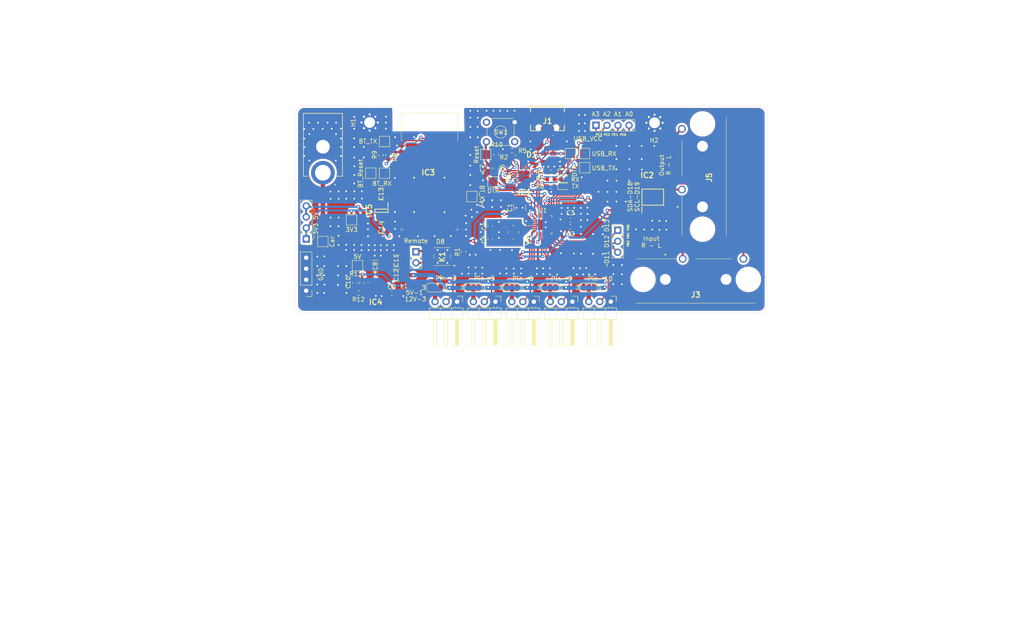
<source format=kicad_pcb>
(kicad_pcb (version 20211014) (generator pcbnew)
  (layers (0 "F.Cu" signal) (31 "B.Cu" signal) (34 "B.Paste" user) (35 "F.Paste" user) (36 "B.SilkS" user "B.Silkscreen") (37 "F.SilkS" user "F.Silkscreen") (38 "B.Mask" user) (39 "F.Mask" user) (44 "Edge.Cuts" user))
  (net 0 "")
  (net 1 "GND")
  (net 2 "5V")
  (net 3 "Net-(C3-Pad1)")
  (net 4 "Net-(C4-Pad2)")
  (net 5 "Net-(C5-Pad1)")
  (net 6 "DTR")
  (net 7 "Reset")
  (net 8 "CAR_Power")
  (net 9 "Net-(C9-Pad2)")
  (net 10 "Net-(C9-Pad1)")
  (net 11 "Net-(C10-Pad2)")
  (net 12 "3V3")
  (net 13 "D+")
  (net 14 "D-")
  (net 15 "USB_VCC")
  (net 16 "Net-(D2-Pad1)")
  (net 17 "Net-(D3-Pad1)")
  (net 18 "Net-(D4-Pad1)")
  (net 19 "USB_TX")
  (net 20 "USB_RX")
  (net 21 "Net-(IC1-Pad9)")
  (net 22 "Net-(IC1-Pad8)")
  (net 23 "Net-(IC1-Pad5)")
  (net 24 "L_OUT")
  (net 25 "L_IN")
  (net 26 "R_IN")
  (net 27 "R_OUT")
  (net 28 "SDA")
  (net 29 "SCL")
  (net 30 "Net-(IC3-Pad26)")
  (net 31 "Net-(IC3-Pad11)")
  (net 32 "BT_RX")
  (net 33 "BT_TX")
  (net 34 "Net-(J2-Pad2)")
  (net 35 "Net-(J2-Pad1)")
  (net 36 "Net-(J4-Pad4)")
  (net 37 "Net-(J4-Pad3)")
  (net 38 "Net-(J4-Pad2)")
  (net 39 "Net-(J4-Pad1)")
  (net 40 "Net-(J7-Pad3)")
  (net 41 "Data1")
  (net 42 "Net-(J8-Pad3)")
  (net 43 "Data2")
  (net 44 "Net-(J9-Pad3)")
  (net 45 "Data3")
  (net 46 "Net-(J10-Pad3)")
  (net 47 "Data4")
  (net 48 "Net-(J11-Pad3)")
  (net 49 "Data5")
  (net 50 "Net-(J12-Pad3)")
  (net 51 "Net-(J12-Pad2)")
  (net 52 "Net-(J12-Pad1)")
  (net 53 "Net-(K1-Pad1)")
  (net 54 "RemoteON")
  (net 55 "Net-(R8-Pad1)")
  (footprint "Capacitor_SMD:C_1210_3225Metric" (layer "F.Cu") (at 134.24 65.23 90)
    (fp_text reference "C1")
    (fp_text value "10u")
  )
  (footprint "Capacitor_SMD:C_0603_1608Metric" (layer "F.Cu") (at 145.91 69.655)
    (fp_text reference "C2")
    (fp_text value "100n")
  )
  (footprint "Capacitor_SMD:C_0603_1608Metric" (layer "F.Cu") (at 145.8975 68.105)
    (fp_text reference "C3")
    (fp_text value "100n")
  )
  (footprint "Capacitor_SMD:C_0603_1608Metric" (layer "F.Cu") (at 127.425 69.48 90)
    (fp_text reference "C4")
    (fp_text value "8p")
  )
  (footprint "Capacitor_SMD:C_0603_1608Metric" (layer "F.Cu") (at 127.425 72.5675 90)
    (fp_text reference "C5")
    (fp_text value "8p")
  )
  (footprint "Capacitor_SMD:C_0603_1608Metric" (layer "F.Cu") (at 128.806 56.1295 -90)
    (fp_text reference "C6")
    (fp_text value "100n")
  )
  (footprint "Capacitor_SMD:C_0603_1608Metric" (layer "F.Cu") (at 127.226 56.122 -90)
    (fp_text reference "C7")
    (fp_text value "100n")
  )
  (footprint "Capacitor_SMD:C_1210_3225Metric" (layer "F.Cu") (at 100.94 78.7)
    (fp_text reference "C8")
    (fp_text value "10u")
  )
  (footprint "Capacitor_SMD:C_0603_1608Metric" (layer "F.Cu") (at 104.7267 84.9888)
    (fp_text reference "C9")
    (fp_text value "100n")
  )
  (footprint "Capacitor_SMD:C_0603_1608Metric" (layer "F.Cu") (at 96.24 82.5875 -90)
    (fp_text reference "C10")
    (fp_text value "47p")
  )
  (footprint "Capacitor_SMD:C_1210_3225Metric" (layer "F.Cu") (at 105.74 77.5 180)
    (fp_text reference "C11")
    (fp_text value "22u")
  )
  (footprint "Capacitor_SMD:C_1210_3225Metric" (layer "F.Cu") (at 105.74 80.8 180)
    (fp_text reference "C12")
    (fp_text value "22u")
  )
  (footprint "Capacitor_SMD:C_1210_3225Metric" (layer "F.Cu") (at 102.3296 62.0748 180)
    (fp_text reference "C13")
    (fp_text value "1u")
  )
  (footprint "Capacitor_SMD:C_1210_3225Metric" (layer "F.Cu") (at 102.3296 69.7964 180)
    (fp_text reference "C14")
    (fp_text value "1u")
  )
  (footprint "LibraryLoader:SP0503BAHTG" (layer "F.Cu") (at 140.835 53.68 90)
    (fp_text reference "D1")
    (fp_text value "SP0503BAHTG" hide)
  )
  (footprint "LED_SMD:LED_0603_1608Metric" (layer "F.Cu") (at 144.5275 57.04)
    (fp_text reference "DTR")
    (fp_text value "RED")
  )
  (footprint "LED_SMD:LED_0603_1608Metric" (layer "F.Cu") (at 144.5075 60.3)
    (fp_text reference "TX")
    (fp_text value "GREEN")
  )
  (footprint "LED_SMD:LED_0603_1608Metric" (layer "F.Cu") (at 144.5225 58.65)
    (fp_text reference "RX")
    (fp_text value "GREEN")
  )
  (footprint "LibraryLoader:SOP65P640X120-14N" (layer "F.Cu") (at 164.9 62.79 90)
    (fp_text reference "IC2")
    (fp_text value "MCP4631-502E_ST" hide)
  )
  (footprint "LibraryLoader:SOT95P285X140-5N" (layer "F.Cu") (at 102.3736 65.9212 -90)
    (fp_text reference "IC5")
    (fp_text value "AP7343DQ-33W5-7" hide)
  )
  (footprint "LibraryLoader:UJ2MIBHGSMTTR" (layer "F.Cu") (at 140.62 44.64 180)
    (fp_text reference "J1")
    (fp_text value "USB_B_Micro" hide)
  )
  (footprint "Connector_PinHeader_2.54mm:PinHeader_1x02_P2.54mm_Vertical" (layer "F.Cu") (at 110.3 75.4)
    (fp_text reference "J2")
    (fp_text value "Remote")
  )
  (footprint "LibraryLoader:RCJ2121" (layer "F.Cu") (at 167.8 81.77 180)
    (fp_text reference "J3")
    (fp_text value "Input" hide)
  )
  (footprint "LibraryLoader:RCJ2121" (layer "F.Cu") (at 176.37 65.03 -90)
    (fp_text reference "J5")
    (fp_text value "Output" hide)
  )
  (footprint "LibraryLoader:PJ037A" (layer "F.Cu") (at 88.85 57.16 -90)
    (fp_text reference "J6")
    (fp_text value "CAR_Jack" hide)
  )
  (footprint "LibraryLoader:CPC1125NTR" (layer "F.Cu") (at 116.34 76.5 90)
    (fp_text reference "K1")
    (fp_text value "CPC1125NTR" hide)
  )
  (footprint "Resistor_SMD:R_0603_1608Metric" (layer "F.Cu") (at 121.28 75.44 90)
    (fp_text reference "R1")
    (fp_text value "750")
  )
  (footprint "Resistor_SMD:R_0603_1608Metric" (layer "F.Cu") (at 133.2025 53.66 180)
    (fp_text reference "R2")
    (fp_text value "1k")
  )
  (footprint "Resistor_SMD:R_0603_1608Metric" (layer "F.Cu") (at 141.41 57.04 180)
    (fp_text reference "R3")
    (fp_text value "220")
  )
  (footprint "Resistor_SMD:R_0603_1608Metric" (layer "F.Cu") (at 131.705 55.9 90)
    (fp_text reference "R4")
    (fp_text value "22.1k")
  )
  (footprint "Resistor_SMD:R_0603_1608Metric" (layer "F.Cu") (at 132.4825 52.11)
    (fp_text reference "R5")
    (fp_text value "47.5k")
  )
  (footprint "Resistor_SMD:R_0603_1608Metric" (layer "F.Cu") (at 141.3825 60.3)
    (fp_text reference "R6")
    (fp_text value "220")
  )
  (footprint "Resistor_SMD:R_0603_1608Metric" (layer "F.Cu") (at 141.3975 58.65)
    (fp_text reference "R7")
    (fp_text value "220")
  )
  (footprint "Resistor_SMD:R_0603_1608Metric" (layer "F.Cu") (at 128.806 52.9895 -90)
    (fp_text reference "R10")
    (fp_text value "10k")
  )
  (footprint "Resistor_SMD:R_0603_1608Metric" (layer "F.Cu") (at 97.84 82.6 -90)
    (fp_text reference "R11")
    (fp_text value "157k")
  )
  (footprint "Resistor_SMD:R_0603_1608Metric" (layer "F.Cu") (at 97.0525 84.9)
    (fp_text reference "R12")
    (fp_text value "30k")
  )
  (footprint "LibraryLoader:Button_Omron" (layer "F.Cu") (at 129.806 47.75)
    (fp_text reference "SW1")
    (fp_text value "SW_Push")
  )
  (footprint "TestPoint:TestPoint_Pad_2.0x2.0mm" (layer "F.Cu") (at 149.17 52.72)
    (fp_text reference "TP2")
    (fp_text value "RX")
  )
  (footprint "TestPoint:TestPoint_Pad_2.0x2.0mm" (layer "F.Cu") (at 149.21 56)
    (fp_text reference "TP3")
    (fp_text value "TX")
  )
  (footprint "TestPoint:TestPoint_Pad_2.0x2.0mm" (layer "F.Cu") (at 145.935 52.73)
    (fp_text reference "TP4")
    (fp_text value "USBVCC")
  )
  (footprint "TestPoint:TestPoint_Pad_2.0x2.0mm" (layer "F.Cu") (at 128.056 59.272 180)
    (fp_text reference "TP5")
    (fp_text value "DTR")
  )
  (footprint "TestPoint:TestPoint_Pad_2.0x2.0mm" (layer "F.Cu") (at 126.406 52.962 180)
    (fp_text reference "TP7")
    (fp_text value "Reset")
  )
  (footprint "TestPoint:TestPoint_Pad_2.0x2.0mm" (layer "F.Cu") (at 96.8272 78.588)
    (fp_text reference "TP10")
    (fp_text value "5V")
  )
  (footprint "TestPoint:TestPoint_Pad_2.0x2.0mm" (layer "F.Cu") (at 123.2 62.66)
    (fp_text reference "TP8")
    (fp_text value "BT_Key")
  )
  (footprint "Resistor_SMD:R_0603_1608Metric" (layer "F.Cu") (at 102.2822 53.1273 -90)
    (fp_text reference "R9")
    (fp_text value "2k")
  )
  (footprint "Resistor_SMD:R_0603_1608Metric" (layer "F.Cu") (at 103.857 53.1271 90)
    (fp_text reference "R8")
    (fp_text value "1k")
  )
  (footprint "Inductor_SMD:L_0603_1608Metric" (layer "F.Cu") (at 104.9525 83.4)
    (fp_text reference "L1")
    (fp_text value "6.8u")
  )
  (footprint "Connector_PinHeader_2.54mm:PinHeader_1x04_P2.54mm_Vertical" (layer "F.Cu") (at 84.99 84.38 180)
    (fp_text reference "J14")
    (fp_text value "GND")
  )
  (footprint "Connector_PinHeader_2.54mm:PinHeader_1x03_P2.54mm_Vertical" (layer "F.Cu") (at 156.82 70.43)
    (fp_text reference "J12")
    (fp_text value "IO2")
  )
  (footprint "Connector_PinHeader_2.54mm:PinHeader_1x04_P2.54mm_Vertical" (layer "F.Cu") (at 151.81 46.215 90)
    (fp_text reference "J4")
    (fp_text value "IO")
  )
  (footprint "LibraryLoader:BLUETOOTHSERIALHC06" (layer "F.Cu") (at 113.135 57.105)
    (fp_text reference "IC3")
    (fp_text value "BLUETOOTH-SERIAL-HC-06" hide)
  )
  (footprint "Connector_PinHeader_2.54mm:PinHeader_1x04_P2.54mm_Vertical" (layer "F.Cu") (at 85 72.44 180)
    (fp_text reference "J13")
    (fp_text value "Power")
  )
  (footprint "LibraryLoader:ECS2501033BCKMTR" (layer "F.Cu") (at 132.805 70.92 -90)
    (fp_text reference "Y1")
    (fp_text value "ECS-160-9-33B-CKM-TR" hide)
  )
  (footprint "TestPoint:TestPoint_Pad_2.0x2.0mm" (layer "F.Cu") (at 103.0442 49.9522)
    (fp_text reference "TP12")
    (fp_text value "BT_TX")
  )
  (footprint "TestPoint:TestPoint_Pad_2.0x2.0mm" (layer "F.Cu") (at 103.0442 57.2674)
    (fp_text reference "TP13")
    (fp_text value "BT_RX")
  )
  (footprint "TestPoint:TestPoint_Pad_2.0x2.0mm" (layer "F.Cu") (at 99.885 57.255)
    (fp_text reference "TP9")
    (fp_text value "BT_Reset")
  )
  (footprint "LibraryLoader:QFN50P400X400X80-25N-D" (layer "F.Cu") (at 135.1804 57.94298 -90)
    (fp_text reference "IC1")
    (fp_text value "CP2102N-A02-GQFN24R" hide)
  )
  (footprint "MountingHole:MountingHole_2.5mm_Pad_Via" (layer "F.Cu") (at 99.624175 45.565825)
    (fp_text reference "H1")
    (fp_text value "MountingHole_Pad")
  )
  (footprint "MountingHole:MountingHole_2.5mm_Pad_Via" (layer "F.Cu") (at 165.31 45.63)
    (fp_text reference "H2")
    (fp_text value "MountingHole_Pad")
  )
  (footprint "LibraryLoader:AP63356DV7" (layer "F.Cu") (at 101.03 83.17)
    (fp_text reference "IC4")
    (fp_text value "AP63356DV-7" hide)
  )
  (footprint "TestPoint:TestPoint_Pad_2.0x2.0mm" (layer "F.Cu") (at 95.44 68.05 180)
    (fp_text reference "TP11")
    (fp_text value "3V3")
  )
  (footprint "Package_DFN_QFN:QFN-28-1EP_4x4mm_P0.45mm_EP2.4x2.4mm" (layer "F.Cu") (at 139.56 69.16)
    (fp_text reference "U1")
    (fp_text value "ATmega328-MMH")
  )
  (footprint "Jumper:SolderJumper-3_P1.3mm_Open_RoundedPad1.0x1.5mm_NumberLabels" (layer "F.Cu") (at 150.15 83.62 180)
    (fp_text reference "JP5")
    (fp_text value "VCC")
  )
  (footprint "Jumper:SolderJumper-3_P1.3mm_Open_RoundedPad1.0x1.5mm_NumberLabels" (layer "F.Cu") (at 141.28 83.64 180)
    (fp_text reference "JP4")
    (fp_text value "VCC")
  )
  (footprint "Jumper:SolderJumper-3_P1.3mm_Open_RoundedPad1.0x1.5mm_NumberLabels" (layer "F.Cu") (at 123.56 83.65 180)
    (fp_text reference "JP2")
    (fp_text value "VCC")
  )
  (footprint "Jumper:SolderJumper-3_P1.3mm_Open_RoundedPad1.0x1.5mm_NumberLabels" (layer "F.Cu") (at 132.41 83.65 180)
    (fp_text reference "JP3")
    (fp_text value "VCC")
  )
  (footprint "Jumper:SolderJumper-3_P1.3mm_Open_RoundedPad1.0x1.5mm_NumberLabels" (layer "F.Cu") (at 114.71 83.65 180)
    (fp_text reference "JP1")
    (fp_text value "VCC")
  )
  (footprint "Connector_PinHeader_2.54mm:PinHeader_1x03_P2.54mm_Horizontal" (layer "F.Cu") (at 119.78 86.91 -90)
    (fp_text reference "J7")
    (fp_text value "LED1_Pin3")
  )
  (footprint "Connector_PinHeader_2.54mm:PinHeader_1x03_P2.54mm_Horizontal" (layer "F.Cu") (at 128.62 86.91 -90)
    (fp_text reference "J8")
    (fp_text value "LED2_Pin5")
  )
  (footprint "Connector_PinHeader_2.54mm:PinHeader_1x03_P2.54mm_Horizontal" (layer "F.Cu") (at 137.49 86.92 -90)
    (fp_text reference "J9")
    (fp_text value "LED3_Pin6")
  )
  (footprint "Connector_PinHeader_2.54mm:PinHeader_1x03_P2.54mm_Horizontal" (layer "F.Cu") (at 146.36 86.91 -90)
    (fp_text reference "J10")
    (fp_text value "LED4_Pin9")
  )
  (footprint "Connector_PinHeader_2.54mm:PinHeader_1x03_P2.54mm_Horizontal" (layer "F.Cu") (at 155.22 86.91 -90)
    (fp_text reference "J11")
    (fp_text value "LED5_Pin10")
  )
  (footprint "TestPoint:TestPoint_Pad_2.0x2.0mm" (layer "F.Cu") (at 88.84 73.03)
    (fp_text reference "TP6")
    (fp_text value "Jack")
  )
  (gr_line (start 86.34 67.23) (end 86.52 67.23) (layer "F.SilkS") (width 0.12))
  (gr_line (start 86.37 72.67) (end 86.96 71.74) (layer "F.SilkS") (width 0.12))
  (gr_line (start 86.38 70.1) (end 86.52 70.1) (layer "F.SilkS") (width 0.12))
  (gr_line (start 86.37 64.98) (end 87.05 66.01) (layer "F.SilkS") (width 0.12))
  (gr_arc (start 84.53 89.55) (mid 83.179408 88.990566) (end 82.619974 87.639974) (layer "Edge.Cuts") (width 0.05))
  (gr_line (start 82.619974 87.639974) (end 82.62 43.6) (layer "Edge.Cuts") (width 0.05))
  (gr_line (start 84.530026 41.689974) (end 189.3 41.7) (layer "Edge.Cuts") (width 0.05))
  (gr_line (start 191.210026 43.610026) (end 191.21 87.64) (layer "Edge.Cuts") (width 0.05))
  (gr_arc (start 191.21 87.64) (mid 190.650566 88.990592) (end 189.299974 89.550026) (layer "Edge.Cuts") (width 0.05))
  (gr_line (start 189.299974 89.550026) (end 84.53 89.55) (layer "Edge.Cuts") (width 0.05))
  (gr_arc (start 189.3 41.7) (mid 190.650592 42.259434) (end 191.210026 43.610026) (layer "Edge.Cuts") (width 0.05))
  (gr_arc (start 82.62 43.6) (mid 83.179434 42.249408) (end 84.530026 41.689974) (layer "Edge.Cuts") (width 0.05))
  (gr_text "PB3 PB4 PB5" (at 159.23 71.68 90) (layer "F.SilkS") (effects (font (size 0.5 0.5) (thickness 0.125))))
  (gr_text "PC3 PC2 PC1 PC0" (at 155.25 48.39) (layer "F.SilkS") (effects (font (size 0.5 0.5) (thickness 0.125))))
  (gr_text "BT_TX" (at 99.24 49.91) (layer "F.SilkS") (effects (font (size 1 1))))
  (gr_text "Pin ~3" (at 117.24 81.49) (layer "F.SilkS") (effects (font (size 1 1))))
  (gr_text "A3 A2 A1 A0" (at 155.59 43.61) (layer "F.SilkS") (effects (font (size 1 1))))
  (gr_text "Pin ~10" (at 152.78 81.62) (layer "F.SilkS") (effects (font (size 1 1))))
  (gr_text "SDA-D18\nSCL-D19" (at 160.49 62.71 90) (layer "F.SilkS") (effects (font (size 1 1))))
  (gr_text "5V-1" (at 109.94 84.82) (layer "F.SilkS") (effects (font (size 1 1))))
  (gr_text "Pin ~6" (at 134.94 81.56) (layer "F.SilkS") (effects (font (size 1 1))))
  (gr_text "USB_TX" (at 153.59 56.08) (layer "F.SilkS") (effects (font (size 1 1))))
  (gr_text "BT_RX" (at 102.47 59.65) (layer "F.SilkS") (effects (font (size 1 1))))
  (gr_text "D8" (at 115.94 73.05) (layer "F.SilkS") (effects (font (size 1 1))))
  (gr_text "Pin ~9" (at 143.86 81.62) (layer "F.SilkS") (effects (font (size 1 1))))
  (gr_text "3V3 5V" (at 87.2 68.86 90) (layer "F.SilkS") (effects (font (size 1 1))))
  (gr_text "BT_Reset" (at 97.52 57.3 90) (layer "F.SilkS") (effects (font (size 1 1))))
  (gr_text "Remote" (at 110.28 72.88) (layer "F.SilkS") (effects (font (size 1 1))))
  (gr_text "BT_Key" (at 125.52 62.58 270) (layer "F.SilkS") (effects (font (size 1 1))))
  (gr_text "GND" (at 88.39 80.57 90) (layer "F.SilkS") (effects (font (size 1 1))))
  (gr_text "USB_VCC" (at 149.94 49.32) (layer "F.SilkS") (effects (font (size 1 1))))
  (gr_text "Pin ~5" (at 126.09 81.51) (layer "F.SilkS") (effects (font (size 1 1))))
  (gr_text "DTR" (at 128.12 61.35) (layer "F.SilkS") (effects (font (size 1 1))))
  (gr_text "USB_RX" (at 153.68 52.78) (layer "F.SilkS") (effects (font (size 1 1))))
  (gr_text "Input\nR - L" (at 164.55 73.14) (layer "F.SilkS") (effects (font (size 1 1))))
  (gr_text "12V-3" (at 110.18 86.33) (layer "F.SilkS") (effects (font (size 1 1))))
  (gr_text "Reset" (at 124.25 52.97 90) (layer "F.SilkS") (effects (font (size 1 1))))
  (gr_text "3V3" (at 95.47 70.29) (layer "F.SilkS") (effects (font (size 1 1))))
  (gr_text "5V" (at 96.8 76.51) (layer "F.SilkS") (effects (font (size 1 1))))
  (gr_text "Car" (at 90.97 73.07 90) (layer "F.SilkS") (effects (font (size 1 1))))
  (gr_text "~D11 D12 D13" (at 154.31 73.37 90) (layer "F.SilkS") (effects (font (size 1 1))))
  (gr_text "Output\nR - L" (at 167.76 55.42 90) (layer "F.SilkS") (effects (font (size 1 1))))
  (segment (start 102.3736 64.6212) (end 102.3736 63.5188) (width 0.5) (layer "F.Cu") (net 1))
  (segment (start 127.425 71.78) (end 127.425 70.2675) (width 0.5) (layer "F.Cu") (net 1))
  (segment (start 165.55 65.728) (end 164.9 65.728) (width 0.3) (layer "F.Cu") (net 1))
  (segment (start 136.15998 68.85998) (end 136.41847 69.11847) (width 0.3) (layer "F.Cu") (net 1))
  (segment (start 165.53 65.99) (end 165.53 67.33) (width 0.3) (layer "F.Cu") (net 1))
  (segment (start 136.46 69.16) (end 136.35 69.05) (width 0.2) (layer "F.Cu") (net 1))
  (segment (start 97.84 84.9) (end 99.965001 84.9) (width 0.75) (layer "F.Cu") (net 1))
  (segment (start 136.1804 54.54) (end 135.9304 54.79) (width 0.3) (layer "F.Cu") (net 1))
  (segment (start 136.41847 69.11847) (end 136.698703 69.11847) (width 0.3) (layer "F.Cu") (net 1))
  (segment (start 99.965001 84.9) (end 100.14 84.725001) (width 0.75) (layer "F.Cu") (net 1))
  (segment (start 165.55 59.852) (end 165.55 58.72) (width 0.3) (layer "F.Cu") (net 1))
  (segment (start 136.35 68.92) (end 135.75 68.32) (width 0.2) (layer "F.Cu") (net 1))
  (segment (start 142.6 69.16) (end 142.79 68.97) (width 0.25) (layer "F.Cu") (net 1))
  (segment (start 137.61 69.16) (end 136.46 69.16) (width 0.2) (layer "F.Cu") (net 1))
  (segment (start 165.55 65.728) (end 165.55 65.63) (width 0.3) (layer "F.Cu") (net 1))
  (segment (start 165.55 58.72) (end 165.2 58.37) (width 0.3) (layer "F.Cu") (net 1))
  (segment (start 135.75 68.32) (end 136.15998 68.72998) (width 0.3) (layer "F.Cu") (net 1))
  (segment (start 136.15998 68.72998) (end 136.15998 68.85998) (width 0.3) (layer "F.Cu") (net 1))
  (segment (start 165.55 65.97) (end 165.53 65.99) (width 0.3) (layer "F.Cu") (net 1))
  (segment (start 135.9304 54.79) (end 135.9304 55.99298) (width 0.3) (layer "F.Cu") (net 1))
  (segment (start 141.51 69.16) (end 139.56 69.16) (width 0.25) (layer "F.Cu") (net 1))
  (segment (start 139.32 47.28) (end 139.32 48.46) (width 0.3) (layer "F.Cu") (net 1))
  (segment (start 139.42722 68.36848) (end 139.42722 68.27778) (width 0.5) (layer "F.Cu") (net 1))
  (segment (start 102.3736 63.5188) (end 100.9296 62.0748) (width 0.5) (layer "F.Cu") (net 1))
  (segment (start 139.42722 68.36848) (end 139.44348 68.36848) (width 0.5) (layer "F.Cu") (net 1))
  (segment (start 164.9 68.13) (end 164.9 65.728) (width 0.3) (layer "F.Cu") (net 1))
  (segment (start 139.67722 68.11848) (end 139.42722 68.36848) (width 0.25) (layer "F.Cu") (net 1))
  (segment (start 164.79 68.24) (end 164.9 68.13) (width 0.3) (layer "F.Cu") (net 1))
  (segment (start 137.61 69.16) (end 139.56 69.16) (width 0.25) (layer "F.Cu") (net 1))
  (segment (start 141.51 69.16) (end 142.6 69.16) (width 0.25) (layer "F.Cu") (net 1))
  (segment (start 139.42722 68.36848) (end 139.17722 68.61848) (width 0.3) (layer "F.Cu") (net 1))
  (segment (start 165.55 65.63) (end 165.55 59.852) (width 0.3) (layer "F.Cu") (net 1))
  (segment (start 165.55 65.728) (end 165.55 65.97) (width 0.3) (layer "F.Cu") (net 1))
  (segment (start 136.35 69.05) (end 136.35 68.92) (width 0.2) (layer "F.Cu") (net 1))
  (via (at 143.88 65.27) (size 0.8) (drill 0.4) (layers "F.Cu" "B.Cu") (net 1))
  (via (at 106.47 71.81) (size 0.8) (drill 0.4) (layers "F.Cu" "B.Cu") (net 1))
  (via (at 92.48 63.15) (size 0.8) (drill 0.4) (layers "F.Cu" "B.Cu") (net 1))
  (via (at 156.51 50.98) (size 0.8) (drill 0.4) (layers "F.Cu" "B.Cu") (net 1))
  (via (at 87.76 45.62) (size 0.8) (drill 0.4) (layers "F.Cu" "B.Cu") (net 1))
  (via (at 125.22 72.54) (size 0.8) (drill 0.4) (layers "F.Cu" "B.Cu") (net 1))
  (via (at 126.58 42.87) (size 0.8) (drill 0.4) (layers "F.Cu" "B.Cu") (net 1))
  (via (at 141.18 80.6) (size 0.8) (drill 0.4) (layers "F.Cu" "B.Cu") (net 1))
  (via (at 84.55 53.26) (size 0.8) (drill 0.4) (layers "F.Cu" "B.Cu") (net 1))
  (via (at 92.33 78.7) (size 0.8) (drill 0.4) (layers "F.Cu" "B.Cu") (net 1))
  (via (at 97.83 63.1) (size 0.8) (drill 0.4) (layers "F.Cu" "B.Cu") (net 1))
  (via (at 151.6 80.6) (size 0.8) (drill 0.4) (layers "F.Cu" "B.Cu") (net 1))
  (via (at 136.1804 54.54) (size 0.8) (drill 0.4) (layers "F.Cu" "B.Cu") (net 1))
  (via (at 87.52 80.83) (size 0.8) (drill 0.4) (layers "F.Cu" "B.Cu") (net 1))
  (via (at 109.89 66.25) (size 0.8) (drill 0.4) (layers "F.Cu" "B.Cu") (net 1))
  (via (at 138.19 79.22) (size 0.8) (drill 0.4) (layers "F.Cu" "B.Cu") (net 1))
  (via (at 92.44 71.69) (size 0.8) (drill 0.4) (layers "F.Cu" "B.Cu") (net 1))
  (via (at 102.6 71.82) (size 0.8) (drill 0.4) (layers "F.Cu" "B.Cu") (net 1))
  (via (at 94.21 61.44) (size 0.8) (drill 0.4) (layers "F.Cu" "B.Cu") (net 1))
  (via (at 110.76 71.82) (size 0.8) (drill 0.4) (layers "F.Cu" "B.Cu") (net 1))
  (via (at 164.79 68.24) (size 0.8) (drill 0.4) (layers "F.Cu" "B.Cu") (net 1))
  (via (at 154.43 58.99) (size 0.8) (drill 0.4) (layers "F.Cu" "B.Cu") (net 1))
  (via (at 97.83 61.44) (size 0.8) (drill 0.4) (layers "F.Cu" "B.Cu") (net 1))
  (via (at 124.52 46.57) (size 0.8) (drill 0.4) (layers "F.Cu" "B.Cu") (net 1))
  (via (at 162.35 51) (size 0.8) (drill 0.4) (layers "F.Cu" "B.Cu") (net 1))
  (via (at 103.38 47) (size 0.8) (drill 0.4) (layers "F.Cu" "B.Cu") (net 1))
  (via (at 135.75 68.32) (size 0.8) (drill 0.4) (layers "F.Cu" "B.Cu") (net 1))
  (via (at 159.51 51) (size 0.8) (drill 0.4) (layers "F.Cu" "B.Cu") (net 1))
  (via (at 94.23 73.79) (size 0.8) (drill 0.4) (layers "F.Cu" "B.Cu") (net 1))
  (via (at 155.8 80.56) (size 0.8) (drill 0.4) (layers "F.Cu" "B.Cu") (net 1))
  (via (at 122.84 46.59) (size 0.8) (drill 0.4) (layers "F.Cu" "B.Cu") (net 1))
  (via (at 93.02 46.99) (size 0.8) (drill 0.4) (layers "F.Cu" "B.Cu") (net 1))
  (via (at 150.22 80.61) (size 0.8) (drill 0.4) (layers "F.Cu" "B.Cu") (net 1))
  (via (at 96.09 59.65) (size 0.8) (drill 0.4) (layers "F.Cu" "B.Cu") (net 1))
  (via (at 115.29 77.97) (size 0.8) (drill 0.4) (layers "F.Cu" "B.Cu") (net 1))
  (via (at 140.83 55.76) (size 0.8) (drill 0.4) (layers "F.Cu" "B.Cu") (net 1))
  (via (at 117.54 77.97) (size 0.8) (drill 0.4) (layers "F.Cu" "B.Cu") (net 1))
  (via (at 118.34 71.79) (size 0.8) (drill 0.4) (layers "F.Cu" "B.Cu") (net 1))
  (via (at 156.54 53.97) (size 0.8) (drill 0.4) (layers "F.Cu" "B.Cu") (net 1))
  (via (at 149.27 43.83) (size 0.8) (drill 0.4) (layers "F.Cu" "B.Cu") (net 1))
  (via (at 90.58 69.49) (size 0.8) (drill 0.4) (layers "F.Cu" "B.Cu") (net 1))
  (via (at 129.43 68.52) (size 0.8) (drill 0.4) (layers "F.Cu" "B.Cu") (net 1))
  (via (at 96.06 44.27) (size 0.8) (drill 0.4) (layers "F.Cu" "B.Cu") (net 1))
  (via (at 96.09 53.64) (size 0.8) (drill 0.4) (layers "F.Cu" "B.Cu") (net 1))
  (via (at 96.11 55.67) (size 0.8) (drill 0.4) (layers "F.Cu" "B.Cu") (net 1))
  (via (at 162.94 70.26) (size 0.8) (drill 0.4) (layers "F.Cu" "B.Cu") (net 1))
  (via (at 92.48 67.5) (size 0.8) (drill 0.4) (layers "F.Cu" "B.Cu") (net 1))
  (via (at 157.79 78.46) (size 0.8) (drill 0.4) (layers "F.Cu" "B.Cu") (net 1))
  (via (at 149.84 68.09) (size 0.8) (drill 0.4) (layers "F.Cu" "B.Cu") (net 1))
  (via (at 133.03 42.85) (size 0.8) (drill 0.4) (layers "F.Cu" "B.Cu") (net 1))
  (via (at 166.44 70.33) (size 0.8) (drill 0.4) (layers "F.Cu" "B.Cu") (net 1))
  (via (at 85.72 48.25) (size 0.8) (drill 0.4) (layers "F.Cu" "B.Cu") (net 1))
  (via (at 122.82 48.97) (size 0.8) (drill 0.4) (layers "F.Cu" "B.Cu") (net 1))
  (via (at 97.76 73.83) (size 0.8) (drill 0.4) (layers "F.Cu" "B.Cu") (net 1))
  (via (at 90.58 61.49) (size 0.8) (drill 0.4) (layers "F.Cu" "B.Cu") (net 1))
  (via (at 141.18 79.22) (size 0.8) (drill 0.4) (layers "F.Cu" "B.Cu") (net 1))
  (via (at 100.79 76.3) (size 0.8) (drill 0.4) (layers "F.Cu" "B.Cu") (net 1))
  (via (at 92.46 61.47) (size 0.8) (drill 0.4) (layers "F.Cu" "B.Cu") (net 1))
  (via (at 115.3 74.99) (size 0.8) (drill 0.4) (layers "F.Cu" "B.Cu") (net 1))
  (via (at 85.66 45.6) (size 0.8) (drill 0.4) (layers "F.Cu" "B.Cu") (net 1))
  (via (at 116.88 58.29) (size 0.8) (drill 0.4) (layers "F.Cu" "B.Cu") (net 1))
  (via (at 96.06 74.97) (size 0.8) (drill 0.4) (layers "F.Cu" "B.Cu") (net 1))
  (via (at 136.385 61.005) (size 0.8) (drill 0.4) (layers "F.Cu" "B.Cu") (net 1))
  (via (at 122.43 79) (size 0.8) (drill 0.4) (layers "F.Cu" "B.Cu") (net 1))
  (via (at 124.38 64.56) (size 0.8) (drill 0.4) (layers "F.Cu" "B.Cu") (net 1))
  (via (at 94.23 63.15) (size 0.8) (drill 0.4) (layers "F.Cu" "B.Cu") (net 1))
  (via (at 98.27 51.22) (size 0.8) (drill 0.4) (layers "F.Cu" "B.Cu") (net 1))
  (via (at 129.71 42.87) (size 0.8) (drill 0.4) (layers "F.Cu" "B.Cu") (net 1))
  (via (at 103.38 45.59) (size 0.8) (drill 0.4) (layers "F.Cu" "B.Cu") (net 1))
  (via (at 94.26 83.08) (size 0.8) (drill 0.4) (layers "F.Cu" "B.Cu") (net 1))
  (via (at 124.06 76.09) (size 0.8) (drill 0.4) (layers "F.Cu" "B.Cu") (net 1))
  (via (at 168.04 70.31) (size 0.8) (drill 0.4) (layers "F.Cu" "B.Cu") (net 1))
  (via (at 102.18 73.88) (size 0.8) (drill 0.4) (layers "F.Cu" "B.Cu") (net 1))
  (via (at 103.59 75.01) (size 0.8) (drill 0.4) (layers "F.Cu" "B.Cu") (net 1))
  (via (at 148.34 66.66) (size 0.8) (drill 0.4) (layers "F.Cu" "B.Cu") (net 1))
  (via (at 105.46 66.205) (size 0.8) (drill 0.4) (layers "F.Cu" "B.Cu") (net 1))
  (via (at 87.56 76.48) (size 0.8) (drill 0.4) (layers "F.Cu" "B.Cu") (net 1))
  (via (at 125.985 63.505) (size 0.8) (drill 0.4) (layers "F.Cu" "B.Cu") (net 1))
  (via (at 105.17 75.02) (size 0.8) (drill 0.4) (layers "F.Cu" "B.Cu") (net 1))
  (via (at 91.87 48.27) (size 0.8) (drill 0.4) (layers "F.Cu" "B.Cu") (net 1))
  (via (at 127.45 74.97) (size 0.8) (drill 0.4) (layers "F.Cu" "B.Cu") (net 1))
  (via (at 122.84 42.87) (size 0.8) (drill 0.4) (layers "F.Cu" "B.Cu") (net 1))
  (via (at 122.835 57.68) (size 0.8) (drill 0.4) (layers "F.Cu" "B.Cu") (net 1))
  (via (at 159.46 59.01) (size 0.8) (drill 0.4) (layers "F.Cu" "B.Cu") (net 1))
  (via (at 149.26 47.53) (size 0.8) (drill 0.4) (layers "F.Cu" "B.Cu") (net 1))
  (via (at 165.24 50.98) (size 0.8) (drill 0.4) (layers "F.Cu" "B.Cu") (net 1))
  (via (at 125.76 57.33) (size 0.8) (drill 0.4) (layers "F.Cu" "B.Cu") (net 1))
  (via (at 138.16 80.52) (size 0.8) (drill 0.4) (layers "F.Cu" "B.Cu") (net 1))
  (via (at 133.49 65.25) (size 0.8) (drill 0.4) (layers "F.Cu" "B.Cu") (net 1))
  (via (at 89.16 80.83) (size 0.8) (drill 0.4) (layers "F.Cu" "B.Cu") (net 1))
  (via (at 149.84 65.22) (size 0.8) (drill 0.4) (layers "F.Cu" "B.Cu") (net 1))
  (via (at 124.55 42.89) (size 0.8) (drill 0.4) (layers "F.Cu" "B.Cu") (net 1))
  (via (at 102.41 85.6) (size 0.8) (drill 0.4) (layers "F.Cu" "B.Cu") (net 1))
  (via (at 130.36 51.73) (size 0.8) (drill 0.4) (layers "F.Cu" "B.Cu") (net 1))
  (via (at 117.54 75.01) (size 0.8) (drill 0.4) (layers "F.Cu" "B.Cu") (net 1))
  (via (at 103.4 44.24) (size 0.8) (drill 0.4) (layers "F.Cu" "B.Cu") (net 1))
  (via (at 132.84 79.26) (size 0.8) (drill 0.4) (layers "F.Cu" "B.Cu") (net 1))
  (via (at 94.27 84.9) (size 0.8) (drill 0.4) (layers "F.Cu" "B.Cu") (net 1))
  (via (at 129.425 70.89) (size 0.8) (drill 0.4) (layers "F.Cu" "B.Cu") (net 1))
  (via (at 92.32 80.85) (size 0.8) (drill 0.4) (layers "F.Cu" "B.Cu") (net 1))
  (via (at 139.67 80.55) (size 0.8) (drill 0.4) (layers "F.Cu" "B.Cu") (net 1))
  (via (at 124.02 80.43) (size 0.8) (drill 0.4) (layers "F.Cu" "B.Cu") (net 1))
  (via (at 147.885 45.83) (size 0.8) (drill 0.4) (layers "F.Cu" "B.Cu") (net 1))
  (via (at 116.88 66.27) (size 0.8) (drill 0.4) (layers "F.Cu" "B.Cu") (net 1))
  (via (at 125.85 65.07) (size 0.8) (drill 0.4) (layers "F.Cu" "B.Cu") (net 1))
  (via (at 90.6 63.17) (size 0.8) (drill 0.4) (layers "F.Cu" "B.Cu") (net 1))
  (via (at 127.88 65.07) (size 0.8) (drill 0.4) (layers "F.Cu" "B.Cu") (net 1))
  (via (at 101.04 85.57) (size 0.8) (drill 0.4) (layers "F.Cu" "B.Cu") (net 1))
  (via (at 153.39 71.36) (size 0.8) (drill 0.4) (layers "F.Cu" "B.Cu") (net 1))
  (via (at 89.2 82.99) (size 0.8) (drill 0.4) (layers "F.Cu" "B.Cu") (net 1))
  (via (at 168.01 68.3) (size 0.8) (drill 0.4) (layers "F.Cu" "B.Cu") (net 1))
  (via (at 161.07 70.24) (size 0.8) (drill 0.4) (layers "F.Cu" "B.Cu") (net 1))
  (via (at 99.23 70.22) (size 0.8) (drill 0.4) (layers "F.Cu" "B.Cu") (net 1))
  (via (at 146.73 71.29) (size 0.8) (drill 0.4) (layers "F.Cu" "B.Cu") (net 1))
  (via (at 145.31 65.27) (size 0.8) (drill 0.4) (layers "F.Cu" "B.Cu") (net 1))
  (via (at 128.16 42.86) (size 0.8) (drill 0.4) (layers "F.Cu" "B.Cu") (net 1))
  (via (at 129.68 74.97) (size 0.8) (drill 0.4) (layers "F.Cu" "B.Cu") (net 1))
  (via (at 122.835 60.03) (size 0.8) (drill 0.4) (layers "F.Cu" "B.Cu") (net 1))
  (via (at 148.36 75.85) (size 0.8) (drill 0.4) (layers "F.Cu" "B.Cu") (net 1))
  (via (at 134.89 65.24) (size 0.8) (drill 0.4) (layers "F.Cu" "B.Cu") (net 1))
  (via (at 124.05 79.02) (size 0.8) (drill 0.4) (layers "F.Cu" "B.Cu") (net 1))
  (via (at 93.02 49.27) (size 0.8) (drill 0.4) (layers "F.Cu" "B.Cu") (net 1))
  (via (at 149.86 66.66) (size 0.8) (drill 0.4) (layers "F.Cu" "B.Cu") (net 1))
  (via (at 123.21 67.38) (size 0.8) (drill 0.4) (layers "F.Cu" "B.Cu") (net 1))
  (via (at 89.91 45.6) (size 0.8) (drill 0.4) (layers "F.Cu" "B.Cu") (net 1))
  (via (at 148.33 68.11) (size 0.8) (drill 0.4) (layers "F.Cu" "B.Cu") (net 1))
  (via (at 107.39 85.61) (size 0.8) (drill 0.4) (layers "F.Cu" "B.Cu") (net 1))
  (via (at 132.44 74.99) (size 0.8) (drill 0.4) (layers "F.Cu" "B.Cu") (net 1))
  (via (at 125.735 55.83) (size 0.8) (drill 0.4) (layers "F.Cu" "B.Cu") (net 1))
  (via (at 94.25 80.88) (size 0.8) (drill 0.4) (layers "F.Cu" "B.Cu") (net 1))
  (via (at 105.47 70.1) (size 0.8) (drill 0.4) (layers "F.Cu" "B.Cu") (net 1))
  (via (at 93 51.25) (size 0.8) (drill 0.4) (layers "F.Cu" "B.Cu") (net 1))
  (via (at 84.54 47.07) (size 0.8) (drill 0.4) (layers "F.Cu" "B.Cu") (net 1))
  (via (at 142.19 55.73) (size 0.8) (drill 0.4) (layers "F.Cu" "B.Cu") (net 1))
  (via (at 131.37 42.89) (size 0.8) (drill 0.4) (layers "F.Cu" "B.Cu") (net 1))
  (via (at 154.45 63.81) (size 0.8) (drill 0.4) (layers "F.Cu" "B.Cu") (net 1))
  (via (at 148.33 71.27) (size 0.8) (drill 0.4) (layers "F.Cu" "B.Cu") (net 1))
  (via (at 148.13 79.19) (size 0.8) (drill 0.4) (layers "F.Cu" "B.Cu") (net 1))
  (via (at 154.45 61.58) (size 0.8) (drill 0.4) (layers "F.Cu" "B.Cu") (net 1))
  (via (at 99.23 68.88) (size 0.8) (drill 0.4) (layers "F.Cu" "B.Cu") (net 1))
  (via (at 121.86 71.76) (size 0.8) (drill 0.4) (layers "F.Cu" "B.Cu") (net 1))
  (via (at 96.06 47) (size 0.8) (drill 0.4) (layers "F.Cu" "B.Cu") (net 1))
  (via (at 92.46 73.81) (size 0.8) (drill 0.4) (layers "F.Cu" "B.Cu") (net 1))
  (via (at 156.52 61.58) (size 0.8) (drill 0.4) (layers "F.Cu" "B.Cu") (net 1))
  (via (at 149.235 45.78) (size 0.8) (drill 0.4) (layers "F.Cu" "B.Cu") (net 1))
  (via (at 155.8 78.46) (size 0.8) (drill 0.4) (layers "F.Cu" "B.Cu") (net 1))
  (via (at 87.52 82.97) (size 0.8) (drill 0.4) (layers "F.Cu" "B.Cu") (net 1))
  (via (at 132.84 80.41) (size 0.8) (drill 0.4) (layers "F.Cu" "B.Cu") (net 1))
  (via (at 155.78 82.85) (size 0.8) (drill 0.4) (layers "F.Cu" "B.Cu") (net 1))
  (via (at 109.89 58.29) (size 0.8) (drill 0.4) (layers "F.Cu" "B.Cu") (net 1))
  (via (at 143.735 70.63) (size 0.8) (drill 0.4) (layers "F.Cu" "B.Cu") (net 1))
  (via (at 140.22 68.58) (size 0.8) (drill 0.4) (layers "F.Cu" "B.Cu") (net 1))
  (via (at 143.54 54.57) (size 0.8) (drill 0.4) (layers "F.Cu" "B.Cu") (net 1))
  (via (at 102.19 76.3) (size 0.8) (drill 0.4) (layers "F.Cu" "B.Cu") (net 1))
  (via (at 96.06 49.23) (size 0.8) (drill 0.4) (layers "F.Cu" "B.Cu") (net 1))
  (via (at 151.13 75.87) (size 0.8) (drill 0.4) (layers "F.Cu" "B.Cu") (net 1))
  (via (at 148.31 65.27) (size 0.8) (drill 0.4) (layers "F.Cu" "B.Cu") (net 1))
  (via (at 87.58 84.89) (size 0.8) (drill 0.4) (layers "F.Cu" "B.Cu") (net 1))
  (via (at 146.61 79.19) (size 0.8) (drill 0.4) (layers "F.Cu" "B.Cu") (net 1))
  (via (at 124.55 44.48) (size 0.8) (drill 0.4) (layers "F.Cu" "B.Cu") (net 1))
  (via (at 93.01 53.31) (size 0.8) (drill 0.4) (layers "F.Cu" "B.Cu") (net 1))
  (via (at 99.24 71.83) (size 0.8) (drill 0.4) (layers "F.Cu" "B.Cu") (net 1))
  (via (at 148.52 58.2) (size 0.8) (drill 0.4) (layers "F.Cu" "B.Cu") (net 1))
  (via (at 139.64 79.22) (size 0.8) (drill 0.4) (layers "F.Cu" "B.Cu") (net 1))
  (via (at 143.73 75.75) (size 0.8) (drill 0.4) (layers "F.Cu" "B.Cu") (net 1))
  (via (at 152.37 61.55) (size 0.8) (drill 0.4) (layers "F.Cu" "B.Cu") (net 1))
  (via (at 157.77 80.58) (size 0.8) (drill 0.4) (layers "F.Cu" "B.Cu") (net 1))
  (via (at 157.77 82.9) (size 0.8) (drill 0.4) (layers "F.Cu" "B.Cu") (net 1))
  (via (at 103.58 73.88) (size 0.8) (drill 0.4) (layers "F.Cu" "B.Cu") (net 1))
  (via (at 121.83 70.26) (size 0.8) (drill 0.4) (layers "F.Cu" "B.Cu") (net 1))
  (via (at 129.65 80.4) (size 0.8) (drill 0.4) (layers "F.Cu" "B.Cu") (net 1))
  (via (at 156.55 58.99) (size 0.8) (drill 0.4) (layers "F.Cu" "B.Cu") (net 1))
  (via (at 114.6 71.81) (size 0.8) (drill 0.4) (layers "F.Cu" "B.Cu") (net 1))
  (via (at 149.53 79.17) (size 0.8) (drill 0.4) (layers "F.Cu" "B.Cu") (net 1))
  (via (at 148.33 69.61) (size 0.8) (drill 0.4) (layers "F.Cu" "B.Cu") (net 1))
  (via (at 99.38 75.01) (size 0.8) (drill 0.4) (layers "F.Cu" "B.Cu") (net 1))
  (via (at 99.39 73.88) (size 0.8) (drill 0.4) (layers "F.Cu" "B.Cu") (net 1))
  (via (at 84.56 51.27) (size 0.8) (drill 0.4) (layers "F.Cu" "B.Cu") (net 1))
  (via (at 146.79 66.65) (size 0.8) (drill 0.4) (layers "F.Cu" "B.Cu") (net 1))
  (via (at 125.22 69.05) (size 0.8) (drill 0.4) (layers "F.Cu" "B.Cu") (net 1))
  (via (at 136.685 49.93) (size 0.8) (drill 0.4) (layers "F.Cu" "B.Cu") (net 1))
  (via (at 147.43 80.64) (size 0.8) (drill 0.4) (layers "F.Cu" "B.Cu") (net 1))
  (via (at 87.56 78.67) (size 0.8) (drill 0.4) (layers "F.Cu" "B.Cu") (net 1))
  (via (at 100.82 73.88) (size 0.8) (drill 0.4) (layers "F.Cu" "B.Cu") (net 1))
  (via (at 125.24 70.85) (size 0.8) (drill 0.4) (layers "F.Cu" "B.Cu") (net 1))
  (via (at 162.38 56.44) (size 0.8) (drill 0.4) (layers "F.Cu" "B.Cu") (net 1))
  (via (at 92.46 69.51) (size 0.8) (drill 0.4) (layers "F.Cu" "B.Cu") (net 1))
  (via (at 105.18 73.87) (size 0.8) (drill 0.4) (layers "F.Cu" "B.Cu") (net 1))
  (via (at 96.11 57.68) (size 0.8) (drill 0.4) (layers "F.Cu" "B.Cu") (net 1))
  (via (at 129.425 72.2) (size 0.8) (drill 0.4) (layers "F.Cu" "B.Cu") (net 1))
  (via (at 156.54 56.36) (size 0.8) (drill 0.4) (layers "F.Cu" "B.Cu") (net 1))
  (via (at 166.46 68.27) (size 0.8) (drill 0.4) (layers "F.Cu" "B.Cu") (net 1))
  (via (at 141.5 61.57) (size 0.8) (drill 0.4) (layers "F.Cu" "B.Cu") (net 1))
  (via (at 96.06 73.81) (size 0.8) (drill 0.4) (layers "F.Cu" "B.Cu") (net 1))
  (via (at 99.24 67.38) (size 0.8) (drill 0.4) (layers "F.Cu" "B.Cu") (net 1))
  (via (at 143.52 55.69) (size 0.8) (drill 0.4) (layers "F.Cu" "B.Cu") (net 1))
  (via (at 98.29 53.62) (size 0.8) (drill 0.4) (layers "F.Cu" "B.Cu") (net 1))
  (via (at 86.64 47.07) (size 0.8) (drill 0.4) (layers "F.Cu" "B.Cu") (net 1))
  (via (at 131.15 79.25) (size 0.8) (drill 0.4) (layers "F.Cu" "B.Cu") (net 1))
  (via (at 147.89 43.85) (size 0.8) (drill 0.4) (layers "F.Cu" "B.Cu") (net 1))
  (via (at 125.76 58.93) (size 0.8) (drill 0.4) (layers "F.Cu" "B.Cu") (net 1))
  (via (at 125.61 79.05) (size 0.8) (drill 0.4) (layers "F.Cu" "B.Cu") (net 1))
  (via (at 94.21 74.97) (size 0.8) (drill 0.4) (layers "F.Cu" "B.Cu") (net 1))
  (via (at 125.61 80.43) (size 0.8) (drill 0.4) (layers "F.Cu" "B.Cu") (net 1))
  (via (at 89.14 78.69) (size 0.8) (drill 0.4) (layers "F.Cu" "B.Cu") (net 1))
  (via (at 145.31 66.65) (size 0.8) (drill 0.4) (layers "F.Cu" "B.Cu") (net 1))
  (via (at 121.87 68.78) (size 0.8) (drill 0.4) (layers "F.Cu" "B.Cu") (net 1))
  (via (at 153.41 75.89) (size 0.8) (drill 0.4) (layers "F.Cu" "B.Cu") (net 1))
  (via (at 151.15 71.33) (size 0.8) (drill 0.4) (layers "F.Cu" "B.Cu") (net 1))
  (via (at 148.86 80.61) (size 0.8) (drill 0.4) (layers "F.Cu" "B.Cu") (net 1))
  (via (at 96.06 51.24) (size 0.8) (drill 0.4) (layers "F.Cu" "B.Cu") (net 1))
  (via (at 156.54 63.81) (size 0.8) (drill 0.4) (layers "F.Cu" "B.Cu") (net 1))
  (via (at 122.43 80.44) (size 0.8) (drill 0.4) (layers "F.Cu" "B.Cu") (net 1))
  (via (at 134.56 79.26) (size 0.8) (drill 0.4) (layers "F.Cu" "B.Cu") (net 1))
  (via (at 89.18 76.44) (size 0.8) (drill 0.4) (layers "F.Cu" "B.Cu") (net 1))
  (via (at 158.66 63.81) (size 0.8) (drill 0.4) (layers "F.Cu" "B.Cu") (net 1))
  (via (at 143.88 66.65) (size 0.8) (drill 0.4) (layers "F.Cu" "B.Cu") (net 1))
  (via (at 140.21 69.75) (size 0.8) (drill 0.4) (layers "F.Cu" "B.Cu") (net 1))
  (via (at 89.16 84.89) (size 0.8) (drill 0.4) (layers "F.Cu" "B.Cu") (net 1))
  (via (at 97.77 75.02) (size 0.8) (drill 0.4) (layers "F.Cu" "B.Cu") (net 1))
  (via (at 105.485 48.955) (size 0.8) (drill 0.4) (layers "F.Cu" "B.Cu") (net 1))
  (via (at 124.42 66.27) (size 0.8) (drill 0.4) (layers "F.Cu" "B.Cu") (net 1))
  (via (at 120.9 80.47) (size 0.8) (drill 0.4) (layers "F.Cu" "B.Cu") (net 1))
  (via (at 105.46 58.355) (size 0.8) (drill 0.4) (layers "F.Cu" "B.Cu") (net 1))
  (via (at 90.9 47.02) (size 0.8) (drill 0.4) (layers "F.Cu" "B.Cu") (net 1))
  (via (at 134.51 60.98) (size 0.8) (drill 0.4) (layers "F.Cu" "B.Cu") (net 1))
  (via (at 159.51 54) (size 0.8) (drill 0.4) (layers "F.Cu" "B.Cu") (net 1))
  (via (at 84.54 49.3) (size 0.8) (drill 0.4) (layers "F.Cu" "B.Cu") (net 1))
  (via (at 96.09 61.44) (size 0.8) (drill 0.4) (layers "F.Cu" "B.Cu") (net 1))
  (via (at 96.09 63.13) (size 0.8) (drill 0.4) (layers "F.Cu" "B.Cu") (net 1))
  (via (at 136.57 65.87) (size 0.8) (drill 0.4) (layers "F.Cu" "B.Cu") (net 1))
  (via (at 94.23 78.7) (size 0.8) (drill 0.4) (layers "F.Cu" "B.Cu") (net 1))
  (via (at 131.17 80.4) (size 0.8) (drill 0.4) (layers "F.Cu" "B.Cu") (net 1))
  (via (at 122.835 53.055) (size 0.8) (drill 0.4) (layers "F.Cu" "B.Cu") (net 1))
  (via (at 124.57 48.99) (size 0.8) (drill 0.4) (layers "F.Cu" "B.Cu") (net 1))
  (via (at 146.79 65.26) (size 0.8) (drill 0.4) (layers "F.Cu" "B.Cu") (net 1))
  (via (at 122.835 55.53) (size 0.8) (drill 0.4) (layers "F.Cu" "B.Cu") (net 1))
  (via (at 127.885 63.505) (size 0.8) (drill 0.4) (layers "F.Cu" "B.Cu") (net 1))
  (via (at 100.8 75.01) (size 0.8) (drill 0.4) (layers "F.Cu" "B.Cu") (net 1))
  (via (at 147.885 47.53) (size 0.8) (drill 0.4) (layers "F.Cu" "B.Cu") (net 1))
  (via (at 136.56 64.57) (size 0.8) (drill 0.4) (layers "F.Cu" "B.Cu") (net 1))
  (via (at 122.84 44.47) (size 0.8) (drill 0.4) (layers "F.Cu" "B.Cu") (net 1))
  (via (at 109.89 48.95) (size 0.8) (drill 0.4) (layers "F.Cu" "B.Cu") (net 1))
  (via (at 121.74 67.04) (size 0.8) (drill 0.4) (layers "F.Cu" "B.Cu") (net 1))
  (via (at 85.71 54.34) (size 0.8) (drill 0.4) (layers "F.Cu" "B.Cu") (net 1))
  (via (at 143.62 67.95) (size 0.8) (drill 0.4) (layers "F.Cu" "B.Cu") (net 1))
  (via (at 92.3 83.03) (size 0.8) (drill 0.4) (layers "F.Cu" "B.Cu") (net 1))
  (via (at 136.735 51.78) (size 0.8) (drill 0.4) (layers "F.Cu" "B.Cu") (net 1))
  (via (at 162.35 54) (size 0.8) (drill 0.4) (layers "F.Cu" "B.Cu") (net 1))
  (via (at 88.79 47.04) (size 0.8) (drill 0.4) (layers "F.Cu" "B.Cu") (net 1))
  (via (at 102.19 75.01) (size 0.8) (drill 0.4) (layers "F.Cu" "B.Cu") (net 1))
  (via (at 129.91 63.505) (size 0.8) (drill 0.4) (layers "F.Cu" "B.Cu") (net 1))
  (via (at 134.53 80.38) (size 0.8) (drill 0.4) (layers "F.Cu" "B.Cu") (net 1))
  (via (at 91.81 54.36) (size 0.8) (drill 0.4) (layers "F.Cu" "B.Cu") (net 1))
  (via (at 146.7 75.79) (size 0.8) (drill 0.4) (layers "F.Cu" "B.Cu") (net 1))
  (via (at 90.6 67.5) (size 0.8) (drill 0.4) (layers "F.Cu" "B.Cu") (net 1))
  (via (at 105.47 68.43) (size 0.8) (drill 0.4) (layers "F.Cu" "B.Cu") (net 1))
  (via (at 164.8 70.26) (size 0.8) (drill 0.4) (layers "F.Cu" "B.Cu") (net 1))
  (via (at 159.48 56.39) (size 0.8) (drill 0.4) (layers "F.Cu" "B.Cu") (net 1))
  (via (at 123.07 65.69) (size 0.8) (drill 0.4) (layers "F.Cu" "B.Cu") (net 1))
  (via (at 153.35 69.59) (size 0.8) (drill 0.4) (layers "F.Cu" "B.Cu") (net 1))
  (via (at 145.11 49.93) (size 0.8) (drill 0.4) (layers "F.Cu" "B.Cu") (net 1))
  (via (at 139.71 55.77) (size 0.8) (drill 0.4) (layers "F.Cu" "B.Cu") (net 1))
  (via (at 142.87 80.63) (size 0.8) (drill 0.4) (layers "F.Cu" "B.Cu") (net 1))
  (via (at 129.92 65.05) (size 0.8) (drill 0.4) (layers "F.Cu" "B.Cu") (net 1))
  (via (at 122.72 76.1) (size 0.8) (drill 0.4) (layers "F.Cu" "B.Cu") (net 1))
  (via (at 91.89 45.6) (size 0.8) (drill 0.4) (layers "F.Cu" "B.Cu") (net 1))
  (segment (start 118.09 83.65) (end 118.067067 83.672933) (width 0.3) (layer "F.Cu") (net 2))
  (segment (start 151.45 83.62) (end 153.81 83.62) (width 0.5) (layer "F.Cu") (net 2))
  (segment (start 133.71 83.65) (end 135.95 83.65) (width 0.5) (layer "F.Cu") (net 2))
  (segment (start 144.89 83.64) (end 144.9 83.63) (width 0.3) (layer "F.Cu") (net 2))
  (segment (start 116.01 83.65) (end 118.09 83.65) (width 0.5) (layer "F.Cu") (net 2))
  (segment (start 135.95 83.65) (end 135.96 83.64) (width 0.3) (layer "F.Cu") (net 2))
  (segment (start 142.58 83.64) (end 144.89 83.64) (width 0.5) (layer "F.Cu") (net 2))
  (segment (start 124.86 83.65) (end 126.98 83.65) (width 0.5) (layer "F.Cu") (net 2))
  (segment (start 118.067067 83.672933) (end 118.067067 83.725242) (width 0.3) (layer "F.Cu") (net 2))
  (segment (start 153.81 83.62) (end 153.85 83.58) (width 0.3) (layer "F.Cu") (net 2))
  (segment (start 107.13 75.67) (end 107.14 75.68) (width 0.5) (layer "F.Cu") (net 2))
  (segment (start 101.713599 65.646201) (end 101.4236 65.356202) (width 0.5) (layer "F.Cu") (net 2))
  (segment (start 97.84 81.8125) (end 97.84 80.7756) (width 0.5) (layer "F.Cu") (net 2))
  (segment (start 107.14 75.68) (end 107.14 77.5) (width 0.5) (layer "F.Cu") (net 2))
  (segment (start 98.01 66.88) (end 99.243799 65.646201) (width 0.5) (layer "F.Cu") (net 2))
  (segment (start 123.46 72.88) (end 126.7 76.12) (width 0.5) (layer "F.Cu") (net 2))
  (segment (start 162.95 61.09) (end 162.75 61.29) (width 0.3) (layer "F.Cu") (net 2))
  (segment (start 101.4236 65.356202) (end 101.4236 64.6212) (width 0.5) (layer "F.Cu") (net 2))
  (segment (start 110.97 72.88) (end 110.22 72.88) (width 0.5) (layer "F.Cu") (net 2))
  (segment (start 123.46 72.88) (end 123.46 72.88) (width 0.5) (layer "F.Cu") (net 2))
  (segment (start 162.95 59.852) (end 162.95 61.09) (width 0.3) (layer "F.Cu") (net 2))
  (segment (start 109.7 80.79) (end 107.15 80.79) (width 1) (layer "F.Cu") (net 2))
  (segment (start 143.231998 70.06) (end 143.636998 69.655) (width 0.25) (layer "F.Cu") (net 2))
  (segment (start 103.7296 64.265201) (end 103.373601 64.6212) (width 1) (layer "F.Cu") (net 2))
  (segment (start 135.49 66.65) (end 136.75999 67.91999) (width 0.5) (layer "F.Cu") (net 2))
  (segment (start 154.43 65.82) (end 158.22 65.82) (width 0.5) (layer "F.Cu") (net 2))
  (segment (start 141.51 70.06) (end 143.231998 70.06) (width 0.25) (layer "F.Cu") (net 2))
  (segment (start 96.24 81.8) (end 97.8275 81.8) (width 0.5) (layer "F.Cu") (net 2))
  (segment (start 110.22 72.88) (end 98.56 72.88) (width 0.5) (layer "F.Cu") (net 2))
  (segment (start 136.961998 68.71) (end 136.75999 68.507992) (width 0.25) (layer "F.Cu") (net 2))
  (segment (start 98.01 66.88) (end 98.01 66.02) (width 0.5) (layer "F.Cu") (net 2))
  (segment (start 134.32 76.12) (end 134.985 75.455) (width 0.5) (layer "F.Cu") (net 2))
  (segment (start 158.22 65.82) (end 162.75 61.29) (width 0.5) (layer "F.Cu") (net 2))
  (segment (start 107.15 80.79) (end 107.14 80.8) (width 1) (layer "F.Cu") (net 2))
  (segment (start 97.84 80.7756) (end 97.9956 80.62) (width 0.5) (layer "F.Cu") (net 2))
  (segment (start 107.13 73.92) (end 107.13 75.67) (width 0.5) (layer "F.Cu") (net 2))
  (segment (start 110.22 72.88) (end 108.17 72.88) (width 0.5) (layer "F.Cu") (net 2))
  (segment (start 145.015 69.7275) (end 144.90598 69.61848) (width 0.3) (layer "F.Cu") (net 2))
  (segment (start 136.75999 67.91999) (end 136.75999 68.507992) (width 0.5) (layer "F.Cu") (net 2))
  (segment (start 103.3236 65.356202) (end 103.033601 65.646201) (width 0.5) (layer "F.Cu") (net 2))
  (segment (start 133.205 66.65) (end 135.49 66.65) (width 0.5) (layer "F.Cu") (net 2))
  (segment (start 108.17 72.88) (end 107.13 73.92) (width 0.5) (layer "F.Cu") (net 2))
  (segment (start 98.56 72.88) (end 98.01 72.33) (width 0.5) (layer "F.Cu") (net 2))
  (segment (start 145.11 69.675) (end 145.155 69.63) (width 0.5) (layer "F.Cu") (net 2))
  (segment (start 98.01 66.02) (end 97 65.01) (width 0.5) (layer "F.Cu") (net 2))
  (segment (start 103.7296 62.0748) (end 103.7296 64.265201) (width 1) (layer "F.Cu") (net 2))
  (segment (start 126.7 76.12) (end 134.32 76.12) (width 0.5) (layer "F.Cu") (net 2))
  (segment (start 97.8275 81.8) (end 97.84 81.8125) (width 0.5) (layer "F.Cu") (net 2))
  (segment (start 96.8272 80.112) (end 96.8272 78.588) (width 0.5) (layer "F.Cu") (net 2))
  (segment (start 103.3236 64.6212) (end 103.3236 65.356202) (width 0.5) (layer "F.Cu") (net 2))
  (segment (start 97.9956 80.62) (end 97.3352 80.62) (width 0.5) (layer "F.Cu") (net 2))
  (segment (start 97.3352 80.62) (end 96.8272 80.112) (width 0.5) (layer "F.Cu") (net 2))
  (segment (start 98.01 72.33) (end 98.01 66.88) (width 0.5) (layer "F.Cu") (net 2))
  (segment (start 123.46 72.88) (end 110.97 72.88) (width 0.5) (layer "F.Cu") (net 2))
  (segment (start 99.243799 65.646201) (end 101.713599 65.646201) (width 0.5) (layer "F.Cu") (net 2))
  (segment (start 145.11 71.38) (end 145.11 69.675) (width 0.5) (layer "F.Cu") (net 2))
  (segment (start 137.61 68.71) (end 136.961998 68.71) (width 0.25) (layer "F.Cu") (net 2))
  (segment (start 130.69 66.65) (end 133.205 66.65) (width 0.5) (layer "F.Cu") (net 2))
  (segment (start 143.636998 69.655) (end 145.1225 69.655) (width 0.25) (layer "F.Cu") (net 2))
  (segment (start 103.033601 65.646201) (end 101.713599 65.646201) (width 0.5) (layer "F.Cu") (net 2))
  (via (at 153.85 83.58) (size 0.8) (drill 0.4) (layers "F.Cu" "B.Cu") (net 2))
  (via (at 144.9 83.63) (size 0.8) (drill 0.4) (layers "F.Cu" "B.Cu") (net 2))
  (via (at 135.96 83.64) (size 0.8) (drill 0.4) (layers "F.Cu" "B.Cu") (net 2))
  (via (at 126.98 83.65) (size 0.8) (drill 0.4) (layers "F.Cu" "B.Cu") (net 2))
  (via (at 118.067067 83.725242) (size 0.8) (drill 0.4) (layers "F.Cu" "B.Cu") (net 2))
  (via (at 154.43 65.82) (size 0.8) (drill 0.4) (layers "F.Cu" "B.Cu") (net 2))
  (via (at 145.11 71.38) (size 0.8) (drill 0.4) (layers "F.Cu" "B.Cu") (net 2))
  (via (at 134.985 75.455) (size 0.8) (drill 0.4) (layers "F.Cu" "B.Cu") (net 2))
  (via (at 109.7 80.79) (size 0.8) (drill 0.4) (layers "F.Cu" "B.Cu") (net 2))
  (via (at 123.46 72.88) (size 0.8) (drill 0.4) (layers "F.Cu" "B.Cu") (net 2))
  (via (at 130.69 66.65) (size 0.8) (drill 0.4) (layers "F.Cu" "B.Cu") (net 2))
  (via (at 97 65.01) (size 0.8) (drill 0.4) (layers "F.Cu" "B.Cu") (net 2))
  (via (at 107.1904 83.2108) (size 0.8) (drill 0.4) (layers "F.Cu" "B.Cu") (net 2))
  (via (at 97.9956 80.62) (size 0.8) (drill 0.4) (layers "F.Cu" "B.Cu") (net 2))
  (segment (start 118.632752 83.725242) (end 118.067067 83.725242) (width 0.5) (layer "B.Cu") (net 2))
  (segment (start 126.96 83.63) (end 126.864758 83.725242) (width 0.5) (layer "B.Cu") (net 2))
  (segment (start 144.89 83.64) (end 144.9 83.63) (width 0.3) (layer "B.Cu") (net 2))
  (segment (start 153.8 83.63) (end 153.85 83.58) (width 0.3) (layer "B.Cu") (net 2))
  (segment (start 126.864758 83.725242) (end 118.632752 83.725242) (width 0.5) (layer "B.Cu") (net 2))
  (segment (start 126.96 83.63) (end 126.98 83.65) (width 0.3) (layer "B.Cu") (net 2))
  (segment (start 97.9956 80.62) (end 102.72 80.62) (width 0.5) (layer "B.Cu") (net 2))
  (segment (start 117.255242 83.725242) (end 114.32 80.79) (width 1) (layer "B.Cu") (net 2))
  (segment (start 123.859999 72.480001) (end 123.859999 69.068589) (width 0.5) (layer "B.Cu") (net 2))
  (segment (start 102.72 80.62) (end 105.3108 83.2108) (width 0.5) (layer "B.Cu") (net 2))
  (segment (start 118.067067 83.725242) (end 117.255242 83.725242) (width 1) (layer "B.Cu") (net 2))
  (segment (start 141.035 75.455) (end 145.11 71.38) (width 0.5) (layer "B.Cu") (net 2))
  (segment (start 145.870001 72.140001) (end 145.11 71.38) (width 0.5) (layer "B.Cu") (net 2))
  (segment (start 148.718001 72.140001) (end 145.870001 72.140001) (width 0.5) (layer "B.Cu") (net 2))
  (segment (start 154.43 65.82) (end 154.43 66.428002) (width 0.5) (layer "B.Cu") (net 2))
  (segment (start 97 65.01) (end 85.19 65.01) (width 0.5) (layer "B.Cu") (net 2))
  (segment (start 123.46 72.88) (end 123.859999 72.480001) (width 0.5) (layer "B.Cu") (net 2))
  (segment (start 85.19 65.01) (end 85 64.82) (width 0.5) (layer "B.Cu") (net 2))
  (segment (start 123.859999 69.068589) (end 126.278588 66.65) (width 0.5) (layer "B.Cu") (net 2))
  (segment (start 134.985 75.455) (end 141.035 75.455) (width 0.5) (layer "B.Cu") (net 2))
  (segment (start 105.3108 83.2108) (end 107.1904 83.2108) (width 0.5) (layer "B.Cu") (net 2))
  (segment (start 154.43 66.428002) (end 148.718001 72.140001) (width 0.5) (layer "B.Cu") (net 2))
  (segment (start 118.067067 83.725242) (end 126.904758 83.725242) (width 1) (layer "B.Cu") (net 2))
  (segment (start 126.278588 66.65) (end 130.69 66.65) (width 0.5) (layer "B.Cu") (net 2))
  (segment (start 114.32 80.79) (end 109.7 80.79) (width 1) (layer "B.Cu") (net 2))
  (segment (start 118.067067 83.725242) (end 153.704758 83.725242) (width 1) (layer "B.Cu") (net 2))
  (segment (start 153.704758 83.725242) (end 153.85 83.58) (width 1) (layer "B.Cu") (net 2))
  (segment (start 85 64.82) (end 85 67.36) (width 0.5) (layer "B.Cu") (net 2))
  (segment (start 141.51 69.61) (end 143.045588 69.61) (width 0.25) (layer "F.Cu") (net 3))
  (segment (start 144.59652 68.61848) (end 145.11 68.105) (width 0.3) (layer "F.Cu") (net 3))
  (segment (start 143.045588 69.61) (end 143.450598 69.20499) (width 0.25) (layer "F.Cu") (net 3))
  (segment (start 143.450598 69.20499) (end 144.01001 69.20499) (width 0.25) (layer "F.Cu") (net 3))
  (segment (start 144.01001 69.20499) (end 144.59652 68.61848) (width 0.25) (layer "F.Cu") (net 3))
  (segment (start 131.855 69.77) (end 132.855001 70.770001) (width 0.3) (layer "F.Cu") (net 4))
  (segment (start 127.425 68.6925) (end 128.5025 69.77) (width 0.5) (layer "F.Cu") (net 4))
  (segment (start 131.855 69.880002) (end 132.844999 70.870001) (width 0.5) (layer "F.Cu") (net 4))
  (segment (start 135.92988 69.6935) (end 136.0049 69.61848) (width 0.3) (layer "F.Cu") (net 4))
  (segment (start 136.76152 69.61848) (end 136.98972 69.61848) (width 0.3) (layer "F.Cu") (net 4))
  (segment (start 137.61 69.61) (end 136.77 69.61) (width 0.25) (layer "F.Cu") (net 4))
  (segment (start 135.78846 69.6935) (end 135.779958 69.6935) (width 0.5) (layer "F.Cu") (net 4))
  (segment (start 135.78846 69.6935) (end 135.92988 69.6935) (width 0.3) (layer "F.Cu") (net 4))
  (segment (start 131.855 69.77) (end 128.5025 69.77) (width 0.5) (layer "F.Cu") (net 4))
  (segment (start 136.77 69.61) (end 136.76152 69.61848) (width 0.25) (layer "F.Cu") (net 4))
  (segment (start 135.779958 69.6935) (end 135.779957 69.693499) (width 0.5) (layer "F.Cu") (net 4))
  (segment (start 132.855001 70.770001) (end 134.494999 70.770001) (width 0.3) (layer "F.Cu") (net 4))
  (segment (start 131.855 69.77) (end 131.855 69.880002) (width 0.5) (layer "F.Cu") (net 4))
  (segment (start 134.611959 70.870001) (end 135.78846 69.6935) (width 0.5) (layer "F.Cu") (net 4))
  (segment (start 132.844999 70.870001) (end 134.611959 70.870001) (width 0.5) (layer "F.Cu") (net 4))
  (segment (start 136.0049 69.61848) (end 136.76152 69.61848) (width 0.3) (layer "F.Cu") (net 4))
  (segment (start 136.69152 70.11848) (end 136.41652 70.11848) (width 0.3) (layer "F.Cu") (net 5))
  (segment (start 136.236922 70.235) (end 136.3 70.235) (width 0.5) (layer "F.Cu") (net 5))
  (segment (start 133.755 72.23) (end 132.63 73.355) (width 0.5) (layer "F.Cu") (net 5))
  (segment (start 133.755 72.07) (end 134.401922 72.07) (width 0.5) (layer "F.Cu") (net 5))
  (segment (start 137.60151 70.06849) (end 136.74151 70.06849) (width 0.2) (layer "F.Cu") (net 5))
  (segment (start 136.41652 70.11848) (end 136.3 70.235) (width 0.3) (layer "F.Cu") (net 5))
  (segment (start 134.401922 72.07) (end 136.236922 70.235) (width 0.5) (layer "F.Cu") (net 5))
  (segment (start 137.61 70.06) (end 137.60151 70.06849) (width 0.2) (layer "F.Cu") (net 5))
  (segment (start 133.755 72.07) (end 133.755 72.23) (width 0.5) (layer "F.Cu") (net 5))
  (segment (start 132.63 73.355) (end 127.425 73.355) (width 0.5) (layer "F.Cu") (net 5))
  (segment (start 136.74151 70.06849) (end 136.69152 70.11848) (width 0.2) (layer "F.Cu") (net 5))
  (segment (start 136.98972 70.11848) (end 136.69152 70.11848) (width 0.3) (layer "F.Cu") (net 5))
  (segment (start 140.46952 57.19298) (end 140.6225 57.04) (width 0.3) (layer "F.Cu") (net 6))
  (segment (start 137.73298 57.19298) (end 138.07298 57.19298) (width 0.3) (layer "F.Cu") (net 6))
  (segment (start 138.07298 57.19298) (end 140.46952 57.19298) (width 0.3) (layer "F.Cu") (net 6))
  (segment (start 129.294339 59.355) (end 128.139 59.355) (width 0.3) (layer "F.Cu") (net 6))
  (segment (start 137.1304 57.19298) (end 137.73298 57.19298) (width 0.3) (layer "F.Cu") (net 6))
  (segment (start 137.90702 57.19298) (end 138.8 56.3) (width 0.3) (layer "F.Cu") (net 6))
  (segment (start 128.806 57.522) (end 128.056 58.272) (width 0.5) (layer "F.Cu") (net 6))
  (segment (start 128.139 59.355) (end 128.056 59.272) (width 0.3) (layer "F.Cu") (net 6))
  (segment (start 137.73298 57.19298) (end 137.90702 57.19298) (width 0.3) (layer "F.Cu") (net 6))
  (segment (start 130.033762 60.094423) (end 129.294339 59.355) (width 0.3) (layer "F.Cu") (net 6))
  (segment (start 128.056 58.272) (end 128.056 59.272) (width 0.5) (layer "F.Cu") (net 6))
  (segment (start 138.07298 57.19298) (end 138.32298 57.19298) (width 0.3) (layer "F.Cu") (net 6))
  (segment (start 128.806 56.917) (end 128.806 57.522) (width 0.5) (layer "F.Cu") (net 6))
  (via (at 138.8 56.3) (size 0.8) (drill 0.4) (layers "F.Cu" "B.Cu") (net 6))
  (via (at 130.033762 60.094423) (size 0.8) (drill 0.4) (layers "F.Cu" "B.Cu") (net 6))
  (segment (start 137.57712 56.3) (end 136.08711 57.79001) (width 0.3) (layer "B.Cu") (net 6))
  (segment (start 135.09711 57.79001) (end 132.637109 60.250011) (width 0.3) (layer "B.Cu") (net 6))
  (segment (start 130.18935 60.250011) (end 130.033762 60.094423) (width 0.3) (layer "B.Cu") (net 6))
  (segment (start 138.8 56.3) (end 137.57712 56.3) (width 0.3) (layer "B.Cu") (net 6))
  (segment (start 136.08711 57.79001) (end 135.09711 57.79001) (width 0.3) (layer "B.Cu") (net 6))
  (segment (start 132.637109 60.250011) (end 130.18935 60.250011) (width 0.3) (layer "B.Cu") (net 6))
  (segment (start 139.96 62.005) (end 139.96 62.37) (width 0.3) (layer "F.Cu") (net 7))
  (segment (start 128.806 53.777) (end 128.806 55.342) (width 0.5) (layer "F.Cu") (net 7))
  (segment (start 139.56 67.21) (end 139.56 65.045698) (width 0.25) (layer "F.Cu") (net 7))
  (segment (start 139.96 62.37) (end 139.54 62.79) (width 0.3) (layer "F.Cu") (net 7))
  (segment (start 126.406 54.5145) (end 127.226 55.3345) (width 0.5) (layer "F.Cu") (net 7))
  (segment (start 126.406 50.15) (end 126.556 50) (width 0.5) (layer "F.Cu") (net 7))
  (segment (start 126.406 52.962) (end 126.406 54.5145) (width 0.5) (layer "F.Cu") (net 7))
  (segment (start 126.406 52.962) (end 126.406 50.15) (width 0.5) (layer "F.Cu") (net 7))
  (segment (start 139.334999 64.820697) (end 139.334999 62.995001) (width 0.25) (layer "F.Cu") (net 7))
  (segment (start 128.806 55.342) (end 127.2335 55.342) (width 0.5) (layer "F.Cu") (net 7))
  (segment (start 139.56 65.045698) (end 139.334999 64.820697) (width 0.25) (layer "F.Cu") (net 7))
  (segment (start 127.2335 55.342) (end 127.226 55.3345) (width 0.5) (layer "F.Cu") (net 7))
  (segment (start 139.334999 62.995001) (end 139.54 62.79) (width 0.25) (layer "F.Cu") (net 7))
  (via (at 139.96 62.005) (size 0.8) (drill 0.4) (layers "F.Cu" "B.Cu") (net 7))
  (segment (start 129.784337 60.955) (end 132.485 60.955) (width 0.3) (layer "B.Cu") (net 7))
  (segment (start 126.556 57.726663) (end 129.784337 60.955) (width 0.3) (layer "B.Cu") (net 7))
  (segment (start 133.535 62.005) (end 139.96 62.005) (width 0.3) (layer "B.Cu") (net 7))
  (segment (start 132.485 60.955) (end 133.535 62.005) (width 0.3) (layer "B.Cu") (net 7))
  (segment (start 126.556 50) (end 126.556 57.726663) (width 0.3) (layer "B.Cu") (net 7))
  (segment (start 122.26 82.889998) (end 122.909998 82.24) (width 0.5) (layer "F.Cu") (net 8))
  (segment (start 122.909998 82.24) (end 126.97 82.24) (width 0.5) (layer "F.Cu") (net 8))
  (segment (start 148.85 83.62) (end 148.85 82.859998) (width 0.5) (layer "F.Cu") (net 8))
  (segment (start 131.11 83.65) (end 131.11 82.889998) (width 0.5) (layer "F.Cu") (net 8))
  (segment (start 122.26 83.65) (end 122.26 82.889998) (width 0.5) (layer "F.Cu") (net 8))
  (segment (start 149.439998 82.27) (end 153.86 82.27) (width 0.5) (layer "F.Cu") (net 8))
  (segment (start 131.709998 82.29) (end 135.95 82.29) (width 0.5) (layer "F.Cu") (net 8))
  (segment (start 148.85 82.859998) (end 149.439998 82.27) (width 0.5) (layer "F.Cu") (net 8))
  (segment (start 140.589998 82.27) (end 144.92 82.27) (width 0.5) (layer "F.Cu") (net 8))
  (segment (start 131.11 82.889998) (end 131.709998 82.29) (width 0.5) (layer "F.Cu") (net 8))
  (segment (start 139.98 82.879998) (end 140.589998 82.27) (width 0.5) (layer "F.Cu") (net 8))
  (segment (start 139.98 83.64) (end 139.98 82.879998) (width 0.5) (layer "F.Cu") (net 8))
  (segment (start 99.54 77.375) (end 99.54 78.7) (width 1) (layer "F.Cu") (net 8))
  (segment (start 113.41 83.65) (end 109.55 87.51) (width 1) (layer "F.Cu") (net 8))
  (segment (start 93.63 87.51) (end 91.05 84.93) (width 1) (layer "F.Cu") (net 8))
  (segment (start 117.967058 82.207058) (end 117.967058 82.260007) (width 1) (layer "F.Cu") (net 8))
  (segment (start 92.24 76.38) (end 90.22 74.36) (width 1) (layer "F.Cu") (net 8))
  (segment (start 117.95999 82.19999) (end 117.967058 82.207058) (width 1) (layer "F.Cu") (net 8))
  (segment (start 100.28 82.495) (end 100.28 83.39499) (width 0.3) (layer "F.Cu") (net 8))
  (segment (start 113.41 82.439998) (end 113.650008 82.19999) (width 1) (layer "F.Cu") (net 8))
  (segment (start 113.41 83.65) (end 113.41 82.439998) (width 1) (layer "F.Cu") (net 8))
  (segment (start 88.85 57.16) (end 88.85 69.85) (width 1) (layer "F.Cu") (net 8))
  (segment (start 88.85 72.99) (end 88.85 69.85) (width 1) (layer "F.Cu") (net 8))
  (segment (start 91.05 75.19) (end 90.22 74.36) (width 1) (layer "F.Cu") (net 8))
  (segment (start 100.28 83.39499) (end 100.18 83.49499) (width 0.3) (layer "F.Cu") (net 8))
  (segment (start 90.22 74.36) (end 88.85 72.99) (width 1) (layer "F.Cu") (net 8))
  (segment (start 91.05 84.93) (end 91.05 75.19) (width 1) (layer "F.Cu") (net 8))
  (segment (start 92.24 76.41) (end 92.24 76.38) (width 1) (layer "F.Cu") (net 8))
  (segment (start 98.575 76.41) (end 99.54 77.375) (width 1) (layer "F.Cu") (net 8))
  (segment (start 113.650008 82.19999) (end 117.95999 82.19999) (width 1) (layer "F.Cu") (net 8))
  (segment (start 109.55 87.51) (end 93.63 87.51) (width 1) (layer "F.Cu") (net 8))
  (segment (start 92.24 76.41) (end 98.575 76.41) (width 1) (layer "F.Cu") (net 8))
  (via (at 118.020007 82.260007) (size 0.8) (drill 0.4) (layers "F.Cu" "B.Cu") (net 8))
  (via (at 144.92 82.27) (size 0.8) (drill 0.4) (layers "F.Cu" "B.Cu") (net 8))
  (via (at 135.95 82.29) (size 0.8) (drill 0.4) (layers "F.Cu" "B.Cu") (net 8))
  (via (at 126.97 82.24) (size 0.8) (drill 0.4) (layers "F.Cu" "B.Cu") (net 8))
  (via (at 153.86 82.27) (size 0.8) (drill 0.4) (layers "F.Cu" "B.Cu") (net 8))
  (segment (start 118.040014 82.24) (end 118.020007 82.260007) (width 0.5) (layer "B.Cu") (net 8))
  (segment (start 153.86 82.27) (end 144.92 82.27) (width 0.5) (layer "B.Cu") (net 8))
  (segment (start 126.97 82.24) (end 118.040014 82.24) (width 0.5) (layer "B.Cu") (net 8))
  (segment (start 135.95 82.29) (end 127.02 82.29) (width 0.5) (layer "B.Cu") (net 8))
  (segment (start 127.02 82.29) (end 126.97 82.24) (width 0.5) (layer "B.Cu") (net 8))
  (segment (start 144.92 82.27) (end 135.97 82.27) (width 0.5) (layer "B.Cu") (net 8))
  (segment (start 135.97 82.27) (end 135.95 82.29) (width 0.5) (layer "B.Cu") (net 8))
  (segment (start 153.850007 82.260007) (end 153.86 82.27) (width 1) (layer "B.Cu") (net 8))
  (segment (start 118.020007 82.260007) (end 153.850007 82.260007) (width 1) (layer "B.Cu") (net 8))
  (segment (start 101.499654 83.545) (end 101.88 83.545) (width 0.2) (layer "F.Cu") (net 9))
  (segment (start 104.165 83.6398) (end 104.165 83.4) (width 0.5) (layer "F.Cu") (net 9))
  (segment (start 101.03 82.38) (end 101.03 83.202122) (width 0.2) (layer "F.Cu") (net 9))
  (segment (start 102.039993 83.545) (end 102.039993 83.54499) (width 0.2) (layer "F.Cu") (net 9))
  (segment (start 105.514 84.9888) (end 104.165 83.6398) (width 0.5) (layer "F.Cu") (net 9))
  (segment (start 101.88 83.545) (end 102.039993 83.545) (width 0.2) (layer "F.Cu") (net 9))
  (segment (start 103.15 83.4) (end 104.165 83.4) (width 0.2) (layer "F.Cu") (net 9))
  (segment (start 101.499644 83.54501) (end 101.499654 83.545) (width 0.2) (layer "F.Cu") (net 9))
  (segment (start 103.01 83.54) (end 103.15 83.4) (width 0.2) (layer "F.Cu") (net 9))
  (segment (start 104.165 83.4) (end 102.71999 83.4) (width 0.5) (layer "F.Cu") (net 9))
  (segment (start 105.5142 84.9888) (end 105.514 84.9888) (width 0.5) (layer "F.Cu") (net 9))
  (segment (start 104.165 83.4) (end 103.768 83.4) (width 0.5) (layer "F.Cu") (net 9))
  (segment (start 101.372888 83.54501) (end 101.499644 83.54501) (width 0.2) (layer "F.Cu") (net 9))
  (segment (start 101.03 83.202122) (end 101.372888 83.54501) (width 0.2) (layer "F.Cu") (net 9))
  (segment (start 102.57499 83.545) (end 102.71999 83.4) (width 0.2) (layer "F.Cu") (net 9))
  (segment (start 101.88 83.545) (end 102.57499 83.545) (width 0.2) (layer "F.Cu") (net 9))
  (segment (start 105.5142 84.9888) (end 105.5142 84.7492) (width 0.5) (layer "F.Cu") (net 9))
  (segment (start 103.9392 84.9888) (end 103.5017 84.9888) (width 0.5) (layer "F.Cu") (net 10))
  (segment (start 102.5079 83.995) (end 102.76291 84.25001) (width 0.2) (layer "F.Cu") (net 10))
  (segment (start 103.5017 84.9888) (end 102.76291 84.25001) (width 0.5) (layer "F.Cu") (net 10))
  (segment (start 101.88 83.995) (end 102.5079 83.995) (width 0.2) (layer "F.Cu") (net 10))
  (segment (start 97.84 83.3875) (end 98.32411 83.3875) (width 0.5) (layer "F.Cu") (net 11))
  (segment (start 100.18 83.995) (end 99.469989 83.995) (width 0.2) (layer "F.Cu") (net 11))
  (segment (start 98.32411 83.3875) (end 98.89661 83.96) (width 0.5) (layer "F.Cu") (net 11))
  (segment (start 99.469989 83.995) (end 99.389999 84.07499) (width 0.2) (layer "F.Cu") (net 11))
  (segment (start 98.7848 84) (end 98.1723 83.3875) (width 0.2) (layer "F.Cu") (net 11))
  (segment (start 96.24 83.375) (end 96.24 84.875) (width 0.5) (layer "F.Cu") (net 11))
  (segment (start 96.24 84.875) (end 96.265 84.9) (width 0.5) (layer "F.Cu") (net 11))
  (segment (start 96.2525 83.3875) (end 96.24 83.375) (width 0.5) (layer "F.Cu") (net 11))
  (segment (start 97.84 83.3875) (end 96.2525 83.3875) (width 0.5) (layer "F.Cu") (net 11))
  (segment (start 98.1723 83.3875) (end 97.84 83.3875) (width 0.2) (layer "F.Cu") (net 11))
  (segment (start 98.89661 83.96) (end 99.35 83.96) (width 0.5) (layer "F.Cu") (net 11))
  (segment (start 103.7296 67.6272) (end 103.3236 67.2212) (width 1) (layer "F.Cu") (net 12))
  (segment (start 103.7296 69.7964) (end 103.7296 71.4696) (width 0.5) (layer "F.Cu") (net 12))
  (segment (start 95.44 65.97) (end 95.43 65.96) (width 0.5) (layer "F.Cu") (net 12))
  (segment (start 95.44 68.05) (end 95.44 65.97) (width 0.5) (layer "F.Cu") (net 12))
  (segment (start 106.935 67.355) (end 104.0018 67.355) (width 0.5) (layer "F.Cu") (net 12))
  (segment (start 103.7296 71.4696) (end 104.09 71.83) (width 0.5) (layer "F.Cu") (net 12))
  (segment (start 103.7296 69.7964) (end 103.7296 67.6272) (width 1) (layer "F.Cu") (net 12))
  (segment (start 104.0018 67.355) (end 103.7296 67.6272) (width 0.5) (layer "F.Cu") (net 12))
  (via (at 104.09 71.83) (size 0.8) (drill 0.4) (layers "F.Cu" "B.Cu") (net 12))
  (via (at 95.43 65.96) (size 0.8) (drill 0.4) (layers "F.Cu" "B.Cu") (net 12))
  (segment (start 86.69 67.27) (end 86.69 68.21) (width 0.5) (layer "B.Cu") (net 12))
  (segment (start 88.099999 65.860001) (end 86.69 67.27) (width 0.5) (layer "B.Cu") (net 12))
  (segment (start 86.69 68.21) (end 85 69.9) (width 0.5) (layer "B.Cu") (net 12))
  (segment (start 104.09 71.83) (end 103.868002 71.83) (width 0.5) (layer "B.Cu") (net 12))
  (segment (start 103.868002 71.83) (end 100.508002 68.47) (width 0.5) (layer "B.Cu") (net 12))
  (segment (start 98.978003 65.860001) (end 95.500001 65.860001) (width 0.5) (layer "B.Cu") (net 12))
  (segment (start 100.508002 67.39) (end 98.978003 65.860001) (width 0.5) (layer "B.Cu") (net 12))
  (segment (start 95.500001 65.860001) (end 95.43 65.930002) (width 0.5) (layer "B.Cu") (net 12))
  (segment (start 85 69.9) (end 85 72.44) (width 0.5) (layer "B.Cu") (net 12))
  (segment (start 95.43 65.930002) (end 95.43 65.96) (width 0.5) (layer "B.Cu") (net 12))
  (segment (start 95.500001 65.860001) (end 88.099999 65.860001) (width 0.5) (layer "B.Cu") (net 12))
  (segment (start 100.508002 68.47) (end 100.508002 67.39) (width 0.5) (layer "B.Cu") (net 12))
  (segment (start 138.2 54.18) (end 137.78 54.18) (width 0.3) (layer "F.Cu") (net 13))
  (segment (start 135.7 53.55) (end 135.4304 53.8196) (width 0.3) (layer "F.Cu") (net 13))
  (segment (start 135.4304 53.8196) (end 135.4304 55.31607) (width 0.3) (layer "F.Cu") (net 13))
  (segment (start 138.425004 53.445004) (end 138.425004 53.954996) (width 0.3) (layer "F.Cu") (net 13))
  (segment (start 140.635 47.295) (end 140.62 47.28) (width 0.3) (layer "F.Cu") (net 13))
  (segment (start 139.61 54.63) (end 138.28 53.3) (width 0.3) (layer "F.Cu") (net 13))
  (segment (start 137.57 53.57) (end 137.3 53.3) (width 0.3) (layer "F.Cu") (net 13))
  (segment (start 139.61 54.63) (end 138.425004 53.445004) (width 0.3) (layer "F.Cu") (net 13))
  (segment (start 139.735 54.63) (end 139.61 54.63) (width 0.3) (layer "F.Cu") (net 13))
  (segment (start 137.3 53.3) (end 136.91 53.3) (width 0.3) (layer "F.Cu") (net 13))
  (segment (start 137.78 54.18) (end 137.57 53.97) (width 0.3) (layer "F.Cu") (net 13))
  (segment (start 135.4304 55.31607) (end 135.4304 55.99298) (width 0.3) (layer "F.Cu") (net 13))
  (segment (start 138.425004 53.954996) (end 138.2 54.18) (width 0.3) (layer "F.Cu") (net 13))
  (segment (start 136.91 53.3) (end 136.66 53.55) (width 0.3) (layer "F.Cu") (net 13))
  (segment (start 136.66 53.55) (end 135.7 53.55) (width 0.3) (layer "F.Cu") (net 13))
  (segment (start 137.57 53.97) (end 137.57 53.57) (width 0.3) (layer "F.Cu") (net 13))
  (segment (start 140.635 50.049998) (end 140.635 47.295) (width 0.3) (layer "F.Cu") (net 13))
  (via (at 138.425004 53.445004) (size 0.8) (drill 0.4) (layers "F.Cu" "B.Cu") (net 13))
  (via (at 140.535 50.049998) (size 0.8) (drill 0.4) (layers "F.Cu" "B.Cu") (net 13))
  (segment (start 140.535 50.049998) (end 138.425004 52.159994) (width 0.3) (layer "B.Cu") (net 13))
  (segment (start 138.425004 52.159994) (end 138.425004 53.445004) (width 0.3) (layer "B.Cu") (net 13))
  (segment (start 141.285 51.18) (end 140.19 51.18) (width 0.3) (layer "F.Cu") (net 14))
  (segment (start 134.9304 53.4004) (end 134.9304 55.99298) (width 0.3) (layer "F.Cu") (net 14))
  (segment (start 141.285 51.18) (end 141.285 47.295) (width 0.3) (layer "F.Cu") (net 14))
  (segment (start 141.285 47.295) (end 141.27 47.28) (width 0.3) (layer "F.Cu") (net 14))
  (segment (start 140.03 51.58) (end 140.21 51.76) (width 0.3) (layer "F.Cu") (net 14))
  (segment (start 140.21 51.76) (end 140.58 51.76) (width 0.3) (layer "F.Cu") (net 14))
  (segment (start 140.55 52.73) (end 139.735 52.73) (width 0.3) (layer "F.Cu") (net 14))
  (segment (start 140.58 51.76) (end 140.76 51.94) (width 0.3) (layer "F.Cu") (net 14))
  (segment (start 139.689995 52.684995) (end 135.645805 52.684995) (width 0.3) (layer "F.Cu") (net 14))
  (segment (start 140.76 52.52) (end 140.55 52.73) (width 0.3) (layer "F.Cu") (net 14))
  (segment (start 139.735 52.73) (end 139.689995 52.684995) (width 0.3) (layer "F.Cu") (net 14))
  (segment (start 140.03 51.34) (end 140.03 51.58) (width 0.3) (layer "F.Cu") (net 14))
  (segment (start 135.645805 52.684995) (end 134.9304 53.4004) (width 0.3) (layer "F.Cu") (net 14))
  (segment (start 140.19 51.18) (end 140.03 51.34) (width 0.3) (layer "F.Cu") (net 14))
  (segment (start 140.76 51.94) (end 140.76 52.52) (width 0.3) (layer "F.Cu") (net 14))
  (segment (start 143.75 52.73) (end 141.935 52.73) (width 0.5) (layer "F.Cu") (net 15))
  (segment (start 131.71048 56.69298) (end 133.2304 56.69298) (width 0.3) (layer "F.Cu") (net 15))
  (segment (start 130.31 52.826) (end 129.686 52.202) (width 0.3) (layer "F.Cu") (net 15))
  (segment (start 141.935 47.295) (end 141.92 47.28) (width 0.3) (layer "F.Cu") (net 15))
  (segment (start 131.5925 56.8) (end 131.705 56.6875) (width 0.3) (layer "F.Cu") (net 15))
  (segment (start 145.295 57.06) (end 145.315 57.04) (width 0.3) (layer "F.Cu") (net 15))
  (segment (start 130.31 56.8) (end 130.31 52.826) (width 0.3) (layer "F.Cu") (net 15))
  (segment (start 145.295 60.3) (end 145.295 57.06) (width 0.3) (layer "F.Cu") (net 15))
  (segment (start 145.935 54.355) (end 145.935 52.73) (width 0.3) (layer "F.Cu") (net 15))
  (segment (start 145.935 52.73) (end 143.75 52.73) (width 0.5) (layer "F.Cu") (net 15))
  (segment (start 129.686 52.202) (end 128.806 52.202) (width 0.3) (layer "F.Cu") (net 15))
  (segment (start 141.935 52.73) (end 141.935 47.295) (width 0.3) (layer "F.Cu") (net 15))
  (segment (start 130.31 56.8) (end 131.5925 56.8) (width 0.3) (layer "F.Cu") (net 15))
  (segment (start 145.315 54.975) (end 145.935 54.355) (width 0.3) (layer "F.Cu") (net 15))
  (segment (start 145.315 57.04) (end 145.315 54.975) (width 0.3) (layer "F.Cu") (net 15))
  (segment (start 131.705 56.6875) (end 131.71048 56.69298) (width 0.3) (layer "F.Cu") (net 15))
  (via (at 143.75 52.73) (size 0.8) (drill 0.4) (layers "F.Cu" "B.Cu") (net 15))
  (via (at 130.31 56.8) (size 0.8) (drill 0.4) (layers "F.Cu" "B.Cu") (net 15))
  (segment (start 143.75 52.73) (end 140.700004 52.73) (width 0.3) (layer "B.Cu") (net 15))
  (segment (start 130.750001 59.750001) (end 129.910001 58.910001) (width 0.3) (layer "B.Cu") (net 15))
  (segment (start 140.700004 52.73) (end 138.05 55.380004) (width 0.3) (layer "B.Cu") (net 15))
  (segment (start 138.05 55.380004) (end 136.799996 55.380004) (width 0.3) (layer "B.Cu") (net 15))
  (segment (start 129.910001 58.910001) (end 129.910001 57.199999) (width 0.3) (layer "B.Cu") (net 15))
  (segment (start 136.799996 55.380004) (end 132.429999 59.750001) (width 0.3) (layer "B.Cu") (net 15))
  (segment (start 129.910001 57.199999) (end 130.31 56.8) (width 0.3) (layer "B.Cu") (net 15))
  (segment (start 132.429999 59.750001) (end 130.750001 59.750001) (width 0.3) (layer "B.Cu") (net 15))
  (segment (start 142.1975 57.04) (end 143.74 57.04) (width 0.3) (layer "F.Cu") (net 16))
  (segment (start 142.17 60.3) (end 143.72 60.3) (width 0.3) (layer "F.Cu") (net 17))
  (segment (start 142.185 58.65) (end 143.735 58.65) (width 0.3) (layer "F.Cu") (net 18))
  (segment (start 149.21 56) (end 147.38 56) (width 0.3) (layer "F.Cu") (net 19))
  (segment (start 138.06252 58.19298) (end 138.69001 58.82047) (width 0.3) (layer "F.Cu") (net 19))
  (segment (start 139.11 67.21) (end 139.11 65.232108) (width 0.25) (layer "F.Cu") (net 19))
  (segment (start 139.09 60.3) (end 140.595 60.3) (width 0.3) (layer "F.Cu") (net 19))
  (segment (start 137.1304 58.19298) (end 138.06252 58.19298) (width 0.3) (layer "F.Cu") (net 19))
  (segment (start 138.69001 59.90001) (end 139.09 60.3) (width 0.3) (layer "F.Cu") (net 19))
  (segment (start 140.31 60.3) (end 139.42 59.41) (width 0.3) (layer "F.Cu") (net 19))
  (segment (start 138.884989 65.007097) (end 138.884989 63.153427) (width 0.25) (layer "F.Cu") (net 19))
  (segment (start 138.884989 63.153427) (end 138.67722 62.945658) (width 0.25) (layer "F.Cu") (net 19))
  (segment (start 147.38 56) (end 146.675338 55.295338) (width 0.3) (layer "F.Cu") (net 19))
  (segment (start 140.595 60.3) (end 140.31 60.3) (width 0.3) (layer "F.Cu") (net 19))
  (segment (start 138.69001 62.932868) (end 138.69001 59.90001) (width 0.3) (layer "F.Cu") (net 19))
  (segment (start 139.11 65.232108) (end 138.884989 65.007097) (width 0.25) (layer "F.Cu") (net 19))
  (segment (start 138.69001 58.82047) (end 138.69001 59.90001) (width 0.3) (layer "F.Cu") (net 19))
  (via (at 146.675338 55.295338) (size 0.8) (drill 0.4) (layers "F.Cu" "B.Cu") (net 19))
  (via (at 139.42 59.41) (size 0.8) (drill 0.4) (layers "F.Cu" "B.Cu") (net 19))
  (segment (start 142.560676 59.41) (end 146.675338 55.295338) (width 0.3) (layer "B.Cu") (net 19))
  (segment (start 139.42 59.41) (end 142.560676 59.41) (width 0.3) (layer "B.Cu") (net 19))
  (segment (start 148.82 50.32) (end 149.17 50.67) (width 0.3) (layer "F.Cu") (net 20))
  (segment (start 137.95 60.12) (end 138.19 59.88) (width 0.3) (layer "F.Cu") (net 20))
  (segment (start 138.17722 63.091843) (end 138.17722 61.22278) (width 0.25) (layer "F.Cu") (net 20))
  (segment (start 138.19 59.88) (end 138.19 61.21) (width 0.3) (layer "F.Cu") (net 20))
  (segment (start 138.434979 65.193497) (end 138.434979 63.349602) (width 0.25) (layer "F.Cu") (net 20))
  (segment (start 147.85 50.32) (end 148.82 50.32) (width 0.3) (layer "F.Cu") (net 20))
  (segment (start 138.434979 63.349602) (end 138.17722 63.091843) (width 0.25) (layer "F.Cu") (net 20))
  (segment (start 137.35 60.12) (end 137.95 60.12) (width 0.3) (layer "F.Cu") (net 20))
  (segment (start 138.17722 62.8401) (end 138.19 62.85288) (width 0.3) (layer "F.Cu") (net 20))
  (segment (start 138.409979 65.203852) (end 138.63499 65.428863) (width 0.3) (layer "F.Cu") (net 20))
  (segment (start 138.17722 61.22278) (end 138.17722 62.8401) (width 0.3) (layer "F.Cu") (net 20))
  (segment (start 138.19 62.85288) (end 138.19 63.139978) (width 0.3) (layer "F.Cu") (net 20))
  (segment (start 140.61 58.65) (end 139.81 58.65) (width 0.3) (layer "F.Cu") (net 20))
  (segment (start 137.8554 58.69298) (end 138.19 59.02758) (width 0.3) (layer "F.Cu") (net 20))
  (segment (start 138.19 63.139978) (end 138.409979 63.359957) (width 0.3) (layer "F.Cu") (net 20))
  (segment (start 138.66 65.418518) (end 138.434979 65.193497) (width 0.25) (layer "F.Cu") (net 20))
  (segment (start 138.19 59.02758) (end 138.19 59.88) (width 0.3) (layer "F.Cu") (net 20))
  (segment (start 149.17 50.67) (end 149.17 52.72) (width 0.3) (layer "F.Cu") (net 20))
  (segment (start 138.17722 61.22278) (end 138.19 61.21) (width 0.3) (layer "F.Cu") (net 20))
  (segment (start 138.409979 63.359957) (end 138.409979 65.203852) (width 0.3) (layer "F.Cu") (net 20))
  (segment (start 137.1304 58.69298) (end 137.8554 58.69298) (width 0.3) (layer "F.Cu") (net 20))
  (segment (start 138.66 67.21) (end 138.66 65.418518) (width 0.25) (layer "F.Cu") (net 20))
  (segment (start 139.81 58.65) (end 139.28 58.12) (width 0.3) (layer "F.Cu") (net 20))
  (via (at 139.28 58.12) (size 0.8) (drill 0.4) (layers "F.Cu" "B.Cu") (net 20))
  (via (at 137.35 60.12) (size 0.8) (drill 0.4) (layers "F.Cu" "B.Cu") (net 20))
  (via (at 147.85 50.32) (size 0.8) (drill 0.4) (layers "F.Cu" "B.Cu") (net 20))
  (segment (start 139.28 58.12) (end 139.28 58.19) (width 0.3) (layer "B.Cu") (net 20))
  (segment (start 147.85 53.06) (end 147.85 50.32) (width 0.3) (layer "B.Cu") (net 20))
  (segment (start 139.28 58.19) (end 137.35 60.12) (width 0.3) (layer "B.Cu") (net 20))
  (segment (start 139.28 58.12) (end 142.79 58.12) (width 0.3) (layer "B.Cu") (net 20))
  (segment (start 142.79 58.12) (end 147.85 53.06) (width 0.3) (layer "B.Cu") (net 20))
  (segment (start 132.650634 57.69298) (end 132.355001 57.988613) (width 0.25) (layer "F.Cu") (net 21))
  (segment (start 133.2304 57.69298) (end 132.650634 57.69298) (width 0.25) (layer "F.Cu") (net 21))
  (segment (start 132.355001 58.534999) (end 131.89 59) (width 0.25) (layer "F.Cu") (net 21))
  (segment (start 132.415 53.66) (end 132.415 53.905) (width 0.3) (layer "F.Cu") (net 21))
  (segment (start 132.355001 57.988613) (end 132.355001 58.534999) (width 0.25) (layer "F.Cu") (net 21))
  (segment (start 132.415 53.905) (end 133.39 54.88) (width 0.3) (layer "F.Cu") (net 21))
  (via (at 131.89 59) (size 0.8) (drill 0.4) (layers "F.Cu" "B.Cu") (net 21))
  (via (at 133.39 54.88) (size 0.8) (drill 0.4) (layers "F.Cu" "B.Cu") (net 21))
  (segment (start 131.89 59) (end 133.910001 56.979999) (width 0.3) (layer "B.Cu") (net 21))
  (segment (start 133.910001 55.400001) (end 133.39 54.88) (width 0.3) (layer "B.Cu") (net 21))
  (segment (start 133.910001 56.979999) (end 133.910001 55.400001) (width 0.3) (layer "B.Cu") (net 21))
  (segment (start 132.28244 55.1125) (end 133.05997 55.89003) (width 0.3) (layer "F.Cu") (net 22))
  (segment (start 132.47887 57.19298) (end 132.148323 57.523527) (width 0.3) (layer "F.Cu") (net 22))
  (segment (start 131.096621 57.523527) (end 130.903661 57.716487) (width 0.3) (layer "F.Cu") (net 22))
  (segment (start 131.62749 55.03499) (end 131.705 55.1125) (width 0.3) (layer "F.Cu") (net 22))
  (segment (start 131.62749 52.13751) (end 131.62749 55.03499) (width 0.3) (layer "F.Cu") (net 22))
  (segment (start 132.148323 57.523527) (end 131.096621 57.523527) (width 0.3) (layer "F.Cu") (net 22))
  (segment (start 131.705 55.1125) (end 132.28244 55.1125) (width 0.3) (layer "F.Cu") (net 22))
  (segment (start 131.695 52.07) (end 131.62749 52.13751) (width 0.3) (layer "F.Cu") (net 22))
  (segment (start 133.2304 57.19298) (end 132.47887 57.19298) (width 0.3) (layer "F.Cu") (net 22))
  (via (at 133.05997 55.89003) (size 0.8) (drill 0.4) (layers "F.Cu" "B.Cu") (net 22))
  (via (at 130.903661 57.716487) (size 0.8) (drill 0.4) (layers "F.Cu" "B.Cu") (net 22))
  (segment (start 132.730118 55.89003) (end 133.05997 55.89003) (width 0.3) (layer "B.Cu") (net 22))
  (segment (start 130.903661 57.716487) (end 132.730118 55.89003) (width 0.3) (layer "B.Cu") (net 22))
  (segment (start 134.4304 55.99298) (end 134.4304 54.1004) (width 0.3) (layer "F.Cu") (net 23))
  (segment (start 134.4304 54.1004) (end 133.99 53.66) (width 0.3) (layer "F.Cu") (net 23))
  (segment (start 166.2 52.45) (end 166.2 58.55) (width 0.5) (layer "F.Cu") (net 24))
  (segment (start 166.2 59.852) (end 166.2 58.55) (width 0.3) (layer "F.Cu") (net 24))
  (segment (start 171.62 47.03) (end 166.2 52.45) (width 0.5) (layer "F.Cu") (net 24))
  (segment (start 179.013 59.627) (end 167.075 59.627) (width 0.5) (layer "F.Cu") (net 25))
  (segment (start 166.85 59.852) (end 167.075 59.627) (width 0.3) (layer "F.Cu") (net 25))
  (segment (start 185.8 66.414) (end 179.013 59.627) (width 0.5) (layer "F.Cu") (net 25))
  (segment (start 185.8 77.02) (end 185.8 66.414) (width 0.5) (layer "F.Cu") (net 25))
  (segment (start 167.075 59.627) (end 166.87501 59.82699) (width 0.5) (layer "F.Cu") (net 25))
  (segment (start 166.87501 59.82699) (end 166.87501 59.852) (width 0.5) (layer "F.Cu") (net 25))
  (segment (start 171.8 77.02) (end 171.8 70.65299) (width 0.5) (layer "F.Cu") (net 26))
  (segment (start 171.8 70.65299) (end 166.87501 65.728) (width 0.5) (layer "F.Cu") (net 26))
  (segment (start 166.85 65.728) (end 166.85 65.77) (width 0.3) (layer "F.Cu") (net 26))
  (segment (start 171.62 61.03) (end 169.53 61.03) (width 0.5) (layer "F.Cu") (net 27))
  (segment (start 169.53 61.03) (end 166.27499 64.28501) (width 0.5) (layer "F.Cu") (net 27))
  (segment (start 166.202 65.728) (end 166.27499 65.65501) (width 0.3) (layer "F.Cu") (net 27))
  (segment (start 166.27499 65.65501) (end 166.27499 64.28501) (width 0.3) (layer "F.Cu") (net 27))
  (segment (start 166.2 65.728) (end 166.202 65.728) (width 0.3) (layer "F.Cu") (net 27))
  (segment (start 164.25 65.728) (end 164.25 66.58) (width 0.3) (layer "F.Cu") (net 28))
  (segment (start 164.25 66.58) (end 163.19 67.64) (width 0.3) (layer "F.Cu") (net 28))
  (segment (start 140.46 67.21) (end 140.46 64.672878) (width 0.25) (layer "F.Cu") (net 28))
  (segment (start 140.46 64.672878) (end 141.034999 64.097879) (width 0.25) (layer "F.Cu") (net 28))
  (segment (start 141.034999 63.303655) (end 140.720525 62.989181) (width 0.3) (layer "F.Cu") (net 28))
  (segment (start 163.19 67.64) (end 153.45 67.64) (width 0.3) (layer "F.Cu") (net 28))
  (segment (start 141.034999 64.097879) (end 141.034999 63.303655) (width 0.3) (layer "F.Cu") (net 28))
  (segment (start 153.45 67.64) (end 148.644662 62.834662) (width 0.3) (layer "F.Cu") (net 28))
  (via (at 148.644662 62.834662) (size 0.8) (drill 0.4) (layers "F.Cu" "B.Cu") (net 28))
  (via (at 140.720525 62.989181) (size 0.8) (drill 0.4) (layers "F.Cu" "B.Cu") (net 28))
  (segment (start 148.490143 62.989181) (end 148.644662 62.834662) (width 0.3) (layer "B.Cu") (net 28))
  (segment (start 140.720525 62.989181) (end 148.490143 62.989181) (width 0.3) (layer "B.Cu") (net 28))
  (segment (start 140.009991 64.859279) (end 140.009991 63.790009) (width 0.25) (layer "F.Cu") (net 29))
  (segment (start 153.93551 66.81551) (end 149.98 62.86) (width 0.3) (layer "F.Cu") (net 29))
  (segment (start 140.01 64.859288) (end 140.009991 64.859279) (width 0.25) (layer "F.Cu") (net 29))
  (segment (start 140.01 67.21) (end 140.01 64.859288) (width 0.25) (layer "F.Cu") (net 29))
  (segment (start 140.009991 63.790009) (end 140.06 63.74) (width 0.25) (layer "F.Cu") (net 29))
  (segment (start 163.6 66.46959) (end 163.25408 66.81551) (width 0.3) (layer "F.Cu") (net 29))
  (segment (start 163.6 65.728) (end 163.6 66.46959) (width 0.3) (layer "F.Cu") (net 29))
  (segment (start 163.25408 66.81551) (end 153.93551 66.81551) (width 0.3) (layer "F.Cu") (net 29))
  (via (at 149.98 62.86) (size 0.8) (drill 0.4) (layers "F.Cu" "B.Cu") (net 29))
  (via (at 140.06 63.74) (size 0.8) (drill 0.4) (layers "F.Cu" "B.Cu") (net 29))
  (segment (start 140.06 63.74) (end 149.1 63.74) (width 0.3) (layer "B.Cu") (net 29))
  (segment (start 149.1 63.74) (end 149.98 62.86) (width 0.3) (layer "B.Cu") (net 29))
  (segment (start 119.935 62.855) (end 123.2114 62.855) (width 0.5) (layer "F.Cu") (net 30))
  (segment (start 123.2114 62.855) (end 123.2118 62.8554) (width 0.5) (layer "F.Cu") (net 30))
  (segment (start 105.885 61.005) (end 104.66 59.78) (width 0.5) (layer "F.Cu") (net 31))
  (segment (start 104.66 59.78) (end 100.385 59.78) (width 0.5) (layer "F.Cu") (net 31))
  (segment (start 106.935 65.855) (end 106.624998 65.855) (width 0.5) (layer "F.Cu") (net 31))
  (segment (start 106.624998 65.855) (end 105.885 65.115002) (width 0.5) (layer "F.Cu") (net 31))
  (segment (start 99.885 59.28) (end 99.885 57.255) (width 0.5) (layer "F.Cu") (net 31))
  (segment (start 106.9326 65.8526) (end 106.935 65.855) (width 0.5) (layer "F.Cu") (net 31))
  (segment (start 100.385 59.78) (end 99.885 59.28) (width 0.5) (layer "F.Cu") (net 31))
  (segment (start 105.885 65.115002) (end 105.885 61.005) (width 0.5) (layer "F.Cu") (net 31))
  (segment (start 106.935 52.355) (end 103.8724 52.355) (width 0.5) (layer "F.Cu") (net 32))
  (segment (start 103.857 52.3396) (end 102.2824 52.3396) (width 0.5) (layer "F.Cu") (net 32))
  (segment (start 104.4666 57.2674) (end 103.0442 57.2674) (width 0.5) (layer "F.Cu") (net 32))
  (segment (start 106.935 52.355) (end 106.077 52.355) (width 0.5) (layer "F.Cu") (net 32))
  (segment (start 105.2794 56.4546) (end 104.4666 57.2674) (width 0.5) (layer "F.Cu") (net 32))
  (segment (start 106.077 52.355) (end 105.2794 53.1526) (width 0.5) (layer "F.Cu") (net 32))
  (segment (start 105.2794 53.1526) (end 105.2794 56.4546) (width 0.5) (layer "F.Cu") (net 32))
  (segment (start 103.8724 52.355) (end 103.857 52.3396) (width 0.5) (layer "F.Cu") (net 32))
  (segment (start 102.2824 52.3396) (end 102.2822 52.3398) (width 0.5) (layer "F.Cu") (net 32))
  (segment (start 124.484989 53.004989) (end 121.23501 49.75501) (width 0.3) (layer "F.Cu") (net 33))
  (segment (start 106.935 50.855) (end 105.1662 50.855) (width 0.5) (layer "F.Cu") (net 33))
  (segment (start 135.73501 62.53001) (end 131.73501 62.53001) (width 0.3) (layer "F.Cu") (net 33))
  (segment (start 131.73501 62.53001) (end 126.70289 62.53001) (width 0.3) (layer "F.Cu") (net 33))
  (segment (start 105.1662 50.855) (end 104.2634 49.9522) (width 0.5) (layer "F.Cu") (net 33))
  (segment (start 121.23501 49.75501) (end 108.03499 49.75501) (width 0.3) (layer "F.Cu") (net 33))
  (segment (start 108.03499 49.75501) (end 106.935 50.855) (width 0.3) (layer "F.Cu") (net 33))
  (segment (start 136.36 63.155) (end 135.73501 62.53001) (width 0.3) (layer "F.Cu") (net 33))
  (segment (start 126.70289 62.53001) (end 124.484989 60.312109) (width 0.3) (layer "F.Cu") (net 33))
  (segment (start 131.73501 62.53001) (end 131.46 62.53001) (width 0.3) (layer "F.Cu") (net 33))
  (segment (start 104.2634 49.9522) (end 103.0442 49.9522) (width 0.5) (layer "F.Cu") (net 33))
  (segment (start 138.66 72.83) (end 138.66 71.11) (width 0.25) (layer "F.Cu") (net 33))
  (segment (start 124.484989 60.312109) (end 124.484989 53.004989) (width 0.3) (layer "F.Cu") (net 33))
  (segment (start 138.33 73.16) (end 138.66 72.83) (width 0.25) (layer "F.Cu") (net 33))
  (via (at 138.33 73.16) (size 0.8) (drill 0.4) (layers "F.Cu" "B.Cu") (net 33))
  (via (at 136.36 63.155) (size 0.8) (drill 0.4) (layers "F.Cu" "B.Cu") (net 33))
  (segment (start 138.729999 72.760001) (end 138.33 73.16) (width 0.3) (layer "B.Cu") (net 33))
  (segment (start 138.729999 65.524999) (end 138.729999 72.760001) (width 0.3) (layer "B.Cu") (net 33))
  (segment (start 136.36 63.155) (end 138.729999 65.524999) (width 0.3) (layer "B.Cu") (net 33))
  (segment (start 113.37 77.94) (end 113.54 77.77) (width 0.5) (layer "F.Cu") (net 34))
  (segment (start 110.3 77.94) (end 113.37 77.94) (width 0.5) (layer "F.Cu") (net 34))
  (segment (start 113.54 75.23) (end 110.47 75.23) (width 0.5) (layer "F.Cu") (net 35))
  (segment (start 110.47 75.23) (end 110.3 75.4) (width 0.5) (layer "F.Cu") (net 35))
  (segment (start 147.08133 63.33003) (end 143.43497 63.33003) (width 0.3) (layer "F.Cu") (net 36))
  (segment (start 153.31003 57.10133) (end 147.08133 63.33003) (width 0.3) (layer "F.Cu") (net 36))
  (segment (start 142.31641 68.71) (end 142.68502 68.34139) (width 0.25) (layer "F.Cu") (net 36))
  (segment (start 143.43497 63.33003) (end 143.26001 63.50499) (width 0.3) (layer "F.Cu") (net 36))
  (segment (start 142.68502 68.34139) (end 142.68502 65.4121) (width 0.25) (layer "F.Cu") (net 36))
  (segment (start 154.06711 48.58001) (end 153.31003 49.33709) (width 0.3) (layer "F.Cu") (net 36))
  (segment (start 143.26001 63.50499) (end 143.26001 64.83711) (width 0.3) (layer "F.Cu") (net 36))
  (segment (start 142.68502 65.4121) (end 143.26001 64.83711) (width 0.25) (layer "F.Cu") (net 36))
  (segment (start 141.51 68.71) (end 142.31641 68.71) (width 0.25) (layer "F.Cu") (net 36))
  (segment (start 158.43499 48.58001) (end 154.06711 48.58001) (width 0.3) (layer "F.Cu") (net 36))
  (segment (start 159.43 47.585) (end 158.43499 48.58001) (width 0.3) (layer "F.Cu") (net 36))
  (segment (start 153.31003 49.33709) (end 153.31003 57.10133) (width 0.3) (layer "F.Cu") (net 36))
  (segment (start 159.43 46.215) (end 159.43 47.585) (width 0.3) (layer "F.Cu") (net 36))
  (segment (start 142.415 64.975) (end 142.76 64.63) (width 0.3) (layer "F.Cu") (net 37))
  (segment (start 156.11 48.08) (end 156.89 47.3) (width 0.3) (layer "F.Cu") (net 37))
  (segment (start 142.76 64.63) (end 142.76 63.23) (width 0.3) (layer "F.Cu") (net 37))
  (segment (start 142.23501 68.15499) (end 142.23501 65.15499) (width 0.25) (layer "F.Cu") (net 37))
  (segment (start 142.23501 65.15499) (end 142.415 64.975) (width 0.25) (layer "F.Cu") (net 37))
  (segment (start 142.13 68.26) (end 142.23501 68.15499) (width 0.25) (layer "F.Cu") (net 37))
  (segment (start 152.81002 49.12998) (end 153.86 48.08) (width 0.3) (layer "F.Cu") (net 37))
  (segment (start 141.51 68.26) (end 142.13 68.26) (width 0.25) (layer "F.Cu") (net 37))
  (segment (start 142.76 63.23) (end 143.15998 62.83002) (width 0.3) (layer "F.Cu") (net 37))
  (segment (start 146.87422 62.83002) (end 152.81002 56.89422) (width 0.3) (layer "F.Cu") (net 37))
  (segment (start 153.86 48.08) (end 156.11 48.08) (width 0.3) (layer "F.Cu") (net 37))
  (segment (start 156.89 47.3) (end 156.89 46.215) (width 0.3) (layer "F.Cu") (net 37))
  (segment (start 143.15998 62.83002) (end 146.87422 62.83002) (width 0.3) (layer "F.Cu") (net 37))
  (segment (start 152.81002 56.89422) (end 152.81002 49.12998) (width 0.3) (layer "F.Cu") (net 37))
  (segment (start 142.03501 63.23711) (end 142.03501 64.51211) (width 0.3) (layer "F.Cu") (net 38))
  (segment (start 152.31001 48.25499) (end 152.31001 56.68711) (width 0.3) (layer "F.Cu") (net 38))
  (segment (start 141.51 65.03712) (end 142.03501 64.51211) (width 0.25) (layer "F.Cu") (net 38))
  (segment (start 142.94211 62.33001) (end 142.03501 63.23711) (width 0.3) (layer "F.Cu") (net 38))
  (segment (start 146.66711 62.33001) (end 142.94211 62.33001) (width 0.3) (layer "F.Cu") (net 38))
  (segment (start 154.35 46.215) (end 152.31001 48.25499) (width 0.3) (layer "F.Cu") (net 38))
  (segment (start 141.51 67.81) (end 141.51 65.03712) (width 0.25) (layer "F.Cu") (net 38))
  (segment (start 152.31001 56.68711) (end 146.66711 62.33001) (width 0.3) (layer "F.Cu") (net 38))
  (segment (start 142.735 61.83) (end 146.46 61.83) (width 0.3) (layer "F.Cu") (net 39))
  (segment (start 151.81 56.48) (end 151.81 46.215) (width 0.3) (layer "F.Cu") (net 39))
  (segment (start 141.535 64.305) (end 141.535 63.03) (width 0.3) (layer "F.Cu") (net 39))
  (segment (start 140.91 67.21) (end 140.91 64.93) (width 0.25) (layer "F.Cu") (net 39))
  (segment (start 140.91 64.93) (end 141.535 64.305) (width 0.25) (layer "F.Cu") (net 39))
  (segment (start 146.46 61.83) (end 151.81 56.48) (width 0.3) (layer "F.Cu") (net 39))
  (segment (start 141.535 63.03) (end 142.735 61.83) (width 0.3) (layer "F.Cu") (net 39))
  (segment (start 114.7 83.66) (end 114.71 83.65) (width 1) (layer "F.Cu") (net 40))
  (segment (start 114.7 86.91) (end 114.7 83.66) (width 1) (layer "F.Cu") (net 40))
  (segment (start 136.53 72.82) (end 136.185 72.475) (width 0.3) (layer "F.Cu") (net 41))
  (segment (start 136.185 72.475) (end 136.185 72.28) (width 0.3) (layer "F.Cu") (net 41))
  (segment (start 117.24 86.91) (end 118.817068 85.332932) (width 0.3) (layer "F.Cu") (net 41))
  (segment (start 137.61 67.78499) (end 137.61 67.527904) (width 0.3) (layer "F.Cu") (net 41))
  (segment (start 136.53499 76.83501) (end 136.53499 73.14499) (width 0.3) (layer "F.Cu") (net 41))
  (segment (start 135.78001 77.58999) (end 136.53499 76.83501) (width 0.3) (layer "F.Cu") (net 41))
  (segment (start 122.46001 77.58999) (end 135.78001 77.58999) (width 0.3) (layer "F.Cu") (net 41))
  (segment (start 118.817068 85.332932) (end 118.817068 81.232932) (width 0.3) (layer "F.Cu") (net 41))
  (segment (start 137.61 67.527904) (end 136.951048 66.868952) (width 0.3) (layer "F.Cu") (net 41))
  (segment (start 118.817068 81.232932) (end 122.46001 77.58999) (width 0.3) (layer "F.Cu") (net 41))
  (segment (start 136.53499 73.14499) (end 136.53 73.14) (width 0.3) (layer "F.Cu") (net 41))
  (segment (start 136.53 73.14) (end 136.53 72.82) (width 0.3) (layer "F.Cu") (net 41))
  (via (at 136.951048 66.868952) (size 0.8) (drill 0.4) (layers "F.Cu" "B.Cu") (net 41))
  (via (at 136.185 72.28) (size 0.8) (drill 0.4) (layers "F.Cu" "B.Cu") (net 41))
  (segment (start 138.06 70.405) (end 138.06 67.977904) (width 0.3) (layer "B.Cu") (net 41))
  (segment (start 136.185 72.28) (end 138.06 70.405) (width 0.3) (layer "B.Cu") (net 41))
  (segment (start 138.06 67.977904) (end 136.951048 66.868952) (width 0.3) (layer "B.Cu") (net 41))
  (segment (start 123.54 86.91) (end 123.54 83.67) (width 1) (layer "F.Cu") (net 42))
  (segment (start 123.54 83.67) (end 123.56 83.65) (width 1) (layer "F.Cu") (net 42))
  (segment (start 126.08 86.91) (end 127.730001 85.259999) (width 0.3) (layer "F.Cu") (net 43))
  (segment (start 137.035 70.92499) (end 137.42498 70.53501) (width 0.3) (layer "F.Cu") (net 43))
  (segment (start 137.035 77.04788) (end 137.035 70.92499) (width 0.3) (layer "F.Cu") (net 43))
  (segment (start 135.99288 78.09) (end 137.035 77.04788) (width 0.3) (layer "F.Cu") (net 43))
  (segment (start 129.73 78.09) (end 135.99288 78.09) (width 0.3) (layer "F.Cu") (net 43))
  (segment (start 137.42498 70.53501) (end 137.61 70.53501) (width 0.3) (layer "F.Cu") (net 43))
  (segment (start 127.730001 85.259999) (end 127.730001 80.089999) (width 0.3) (layer "F.Cu") (net 43))
  (segment (start 127.730001 80.089999) (end 129.73 78.09) (width 0.3) (layer "F.Cu") (net 43))
  (segment (start 132.41 86.92) (end 132.41 83.65) (width 1) (layer "F.Cu") (net 44))
  (segment (start 138.21 71.63712) (end 137.74212 72.105) (width 0.25) (layer "F.Cu") (net 45))
  (segment (start 137.53501 72.31211) (end 137.74212 72.105) (width 0.3) (layer "F.Cu") (net 45))
  (segment (start 136.710001 78.079999) (end 137.53501 77.25499) (width 0.3) (layer "F.Cu") (net 45))
  (segment (start 138.21 71.11) (end 138.21 71.63712) (width 0.25) (layer "F.Cu") (net 45))
  (segment (start 137.53501 77.25499) (end 137.53501 72.31211) (width 0.3) (layer "F.Cu") (net 45))
  (segment (start 137.74212 72.105) (end 137.774998 72.105) (width 0.3) (layer "F.Cu") (net 45))
  (segment (start 136.710001 85.159999) (end 136.710001 78.079999) (width 0.3) (layer "F.Cu") (net 45))
  (segment (start 134.95 86.92) (end 136.710001 85.159999) (width 0.3) (layer "F.Cu") (net 45))
  (segment (start 141.28 86.91) (end 141.28 83.64) (width 1) (layer "F.Cu") (net 46))
  (segment (start 139.8 72.463231) (end 139.8 75.670002) (width 0.25) (layer "F.Cu") (net 47))
  (segment (start 139.56 72.223231) (end 139.8 72.463231) (width 0.25) (layer "F.Cu") (net 47))
  (segment (start 140.26 76.130002) (end 139.8 75.670002) (width 0.3) (layer "F.Cu") (net 47))
  (segment (start 145.670001 85.059999) (end 145.670001 80.640001) (width 0.3) (layer "F.Cu") (net 47))
  (segment (start 139.56 71.11) (end 139.56 72.223231) (width 0.25) (layer "F.Cu") (net 47))
  (segment (start 145.670001 80.640001) (end 143.08 78.05) (width 0.3) (layer "F.Cu") (net 47))
  (segment (start 143.82 86.91) (end 145.670001 85.059999) (width 0.3) (layer "F.Cu") (net 47))
  (segment (start 140.26 76.92711) (end 140.26 76.130002) (width 0.3) (layer "F.Cu") (net 47))
  (segment (start 141.38289 78.05) (end 140.26 76.92711) (width 0.3) (layer "F.Cu") (net 47))
  (segment (start 143.08 78.05) (end 141.38289 78.05) (width 0.3) (layer "F.Cu") (net 47))
  (segment (start 150.14 83.63) (end 150.15 83.62) (width 1) (layer "F.Cu") (net 48))
  (segment (start 150.14 86.91) (end 150.14 83.63) (width 1) (layer "F.Cu") (net 48))
  (segment (start 140.3 75.462882) (end 140.76001 75.922892) (width 0.3) (layer "F.Cu") (net 49))
  (segment (start 154.610001 84.979999) (end 152.68 86.91) (width 0.3) (layer "F.Cu") (net 49))
  (segment (start 141.58999 77.54999) (end 150.45999 77.54999) (width 0.3) (layer "F.Cu") (net 49))
  (segment (start 140.76001 75.922892) (end 140.76001 76.72001) (width 0.3) (layer "F.Cu") (net 49))
  (segment (start 140.3 72.326821) (end 140.3 75.462882) (width 0.25) (layer "F.Cu") (net 49))
  (segment (start 140.01 71.11) (end 140.01 72.036821) (width 0.25) (layer "F.Cu") (net 49))
  (segment (start 154.610001 81.700001) (end 154.610001 84.979999) (width 0.3) (layer "F.Cu") (net 49))
  (segment (start 140.01 72.036821) (end 140.3 72.326821) (width 0.25) (layer "F.Cu") (net 49))
  (segment (start 140.76001 76.72001) (end 141.58999 77.54999) (width 0.3) (layer "F.Cu") (net 49))
  (segment (start 150.45999 77.54999) (end 154.610001 81.700001) (width 0.3) (layer "F.Cu") (net 49))
  (segment (start 140.75001 72.28001) (end 140.75001 72.08001) (width 0.25) (layer "F.Cu") (net 50))
  (segment (start 140.75001 72.08001) (end 140.46 71.79) (width 0.25) (layer "F.Cu") (net 50))
  (segment (start 141.00711 72.53711) (end 140.75001 72.28001) (width 0.25) (layer "F.Cu") (net 50))
  (segment (start 140.46 71.79) (end 140.46 71.11) (width 0.25) (layer "F.Cu") (net 50))
  (segment (start 141.010028 72.53711) (end 141.00711 72.53711) (width 0.25) (layer "F.Cu") (net 50))
  (segment (start 141.010028 72.53711) (end 142.402938 73.93002) (width 0.3) (layer "F.Cu") (net 50))
  (segment (start 142.402938 73.93002) (end 155.24002 73.93002) (width 0.3) (layer "F.Cu") (net 50))
  (segment (start 155.24002 73.93002) (end 156.82 75.51) (width 0.3) (layer "F.Cu") (net 50))
  (segment (start 140.91 71.60359) (end 141.510038 72.203628) (width 0.25) (layer "F.Cu") (net 51))
  (segment (start 140.91 71.11) (end 140.91 71.60359) (width 0.25) (layer "F.Cu") (net 51))
  (segment (start 141.510038 72.220038) (end 141.62 72.33) (width 0.25) (layer "F.Cu") (net 51))
  (segment (start 156.35999 73.43001) (end 156.82 72.97) (width 0.3) (layer "F.Cu") (net 51))
  (segment (start 141.510038 72.203628) (end 141.510038 72.220038) (width 0.25) (layer "F.Cu") (net 51))
  (segment (start 142.72001 73.43001) (end 156.35999 73.43001) (width 0.3) (layer "F.Cu") (net 51))
  (segment (start 141.62 72.33) (end 142.72001 73.43001) (width 0.3) (layer "F.Cu") (net 51))
  (segment (start 143.02 72.38) (end 143.02 72.68) (width 0.3) (layer "F.Cu") (net 52))
  (segment (start 143.02 72.68) (end 143.27 72.93) (width 0.3) (layer "F.Cu") (net 52))
  (segment (start 141.51001 70.51001) (end 141.51 70.51) (width 0.25) (layer "F.Cu") (net 52))
  (segment (start 142.49001 70.51001) (end 141.51001 70.51001) (width 0.25) (layer "F.Cu") (net 52))
  (segment (start 142.970001 70.990001) (end 142.49001 70.51001) (width 0.25) (layer "F.Cu") (net 52))
  (segment (start 154.32 72.93) (end 156.82 70.43) (width 0.3) (layer "F.Cu") (net 52))
  (segment (start 142.984999 70.990001) (end 142.970001 70.990001) (width 0.25) (layer "F.Cu") (net 52))
  (segment (start 143.27 72.93) (end 154.32 72.93) (width 0.3) (layer "F.Cu") (net 52))
  (segment (start 142.984999 70.990001) (end 143.02 71.025002) (width 0.3) (layer "F.Cu") (net 52))
  (segment (start 143.02 71.025002) (end 143.02 72.38) (width 0.3) (layer "F.Cu") (net 52))
  (segment (start 119.14 77.77) (end 119.7375 77.77) (width 0.5) (layer "F.Cu") (net 53))
  (segment (start 119.7375 77.77) (end 121.28 76.2275) (width 0.5) (layer "F.Cu") (net 53))
  (segment (start 121.28 74.6525) (end 124.242535 74.6525) (width 0.5) (layer "F.Cu") (net 54))
  (segment (start 139.11 72.444996) (end 139.29 72.624996) (width 0.25) (layer "F.Cu") (net 54))
  (segment (start 126.410046 76.820011) (end 134.822082 76.820011) (width 0.5) (layer "F.Cu") (net 54))
  (segment (start 139.29 72.624996) (end 139.29 76.270004) (width 0.3) (layer "F.Cu") (net 54))
  (segment (start 124.242535 74.6525) (end 126.410046 76.820011) (width 0.5) (layer "F.Cu") (net 54))
  (segment (start 139.11 71.11) (end 139.11 72.444996) (width 0.25) (layer "F.Cu") (net 54))
  (segment (start 139.29 76.270004) (end 139.509998 76.490002) (width 0.3) (layer "F.Cu") (net 54))
  (segment (start 134.822082 76.820011) (end 134.999745 76.642348) (width 0.5) (layer "F.Cu") (net 54))
  (via (at 139.509998 76.490002) (size 0.8) (drill 0.4) (layers "F.Cu" "B.Cu") (net 54))
  (via (at 134.999745 76.642348) (size 0.8) (drill 0.4) (layers "F.Cu" "B.Cu") (net 54))
  (segment (start 135.152091 76.490002) (end 134.999745 76.642348) (width 0.5) (layer "B.Cu") (net 54))
  (segment (start 139.509998 76.490002) (end 135.152091 76.490002) (width 0.5) (layer "B.Cu") (net 54))
  (segment (start 137.67722 63.04722) (end 137.67722 66.67722) (width 0.3) (layer "F.Cu") (net 55))
  (segment (start 131.685 62.03) (end 136.66 62.03) (width 0.3) (layer "F.Cu") (net 55))
  (segment (start 138.18499 67.18499) (end 138.18499 67.21) (width 0.3) (layer "F.Cu") (net 55))
  (segment (start 111.68499 49.255) (end 111.435 49.00501) (width 0.3) (layer "F.Cu") (net 55))
  (segment (start 121.46 49.255) (end 118.685 49.255) (width 0.3) (layer "F.Cu") (net 55))
  (segment (start 131.685 62.03) (end 131.335 62.03) (width 0.3) (layer "F.Cu") (net 55))
  (segment (start 118.685 49.255) (end 111.68499 49.255) (width 0.3) (layer "F.Cu") (net 55))
  (segment (start 103.857 53.9146) (end 103.857 54.683) (width 0.3) (layer "F.Cu") (net 55))
  (segment (start 127.21 62.03) (end 126.91 62.03) (width 0.3) (layer "F.Cu") (net 55))
  (segment (start 124.984999 52.779999) (end 121.46 49.255) (width 0.3) (layer "F.Cu") (net 55))
  (segment (start 131.685 62.03) (end 127.21 62.03) (width 0.3) (layer "F.Cu") (net 55))
  (segment (start 126.91 62.03) (end 124.984999 60.104999) (width 0.3) (layer "F.Cu") (net 55))
  (segment (start 137.67722 66.67722) (end 138.18499 67.18499) (width 0.3) (layer "F.Cu") (net 55))
  (segment (start 124.984999 55.329999) (end 124.984999 52.779999) (width 0.3) (layer "F.Cu") (net 55))
  (segment (start 136.66 62.03) (end 137.67722 63.04722) (width 0.3) (layer "F.Cu") (net 55))
  (segment (start 124.984999 60.104999) (end 124.984999 55.329999) (width 0.3) (layer "F.Cu") (net 55))
  (segment (start 103.857 54.683) (end 103.46 55.08) (width 0.3) (layer "F.Cu") (net 55))
  (via (at 111.435 49.00501) (size 0.8) (drill 0.4) (layers "F.Cu" "B.Cu") (net 55))
  (via (at 103.46 55.08) (size 0.8) (drill 0.4) (layers "F.Cu" "B.Cu") (net 55))
  (segment (start 110.13501 50.305) (end 108.235 50.305) (width 0.3) (layer "B.Cu") (net 55))
  (segment (start 111.435 49.00501) (end 110.13501 50.305) (width 0.3) (layer "B.Cu") (net 55))
  (segment (start 108.235 50.305) (end 103.46 55.08) (width 0.3) (layer "B.Cu") (net 55))
  (zone (net 2) (net_name "5V") (layer "F.Cu") (priority 1) (connect_pads yes (clearance 0.508)) (min_thickness 0.254) (fill yes (thermal_gap 0.508) (thermal_bridge_width 0.508))
    (polygon (pts (xy 108.2064 84.0744) (xy 105.1076 84.0744) (xy 105.1076 82.4488) (xy 105.7172 82.4488) (xy 105.7172 75.8448) (xy 108.2064 75.8448)))
  )
  (zone (net 8) (net_name "CAR_Power") (layer "F.Cu") (priority 1) (connect_pads yes (clearance 0.508)) (min_thickness 0.254) (fill yes (thermal_gap 0.508) (thermal_bridge_width 0.508))
    (polygon (pts (xy 100.64 83.3) (xy 98.94 83.3) (xy 98.94 80.6) (xy 98.54 80.6) (xy 98.54 77) (xy 100.64 77)))
  )
  (zone (net 1) (net_name "GND") (layer "F.Cu") (connect_pads yes (clearance 0.508)) (min_thickness 0.254) (fill yes (thermal_gap 0.508) (thermal_bridge_width 0.508))
    (polygon (pts (xy 248.2 158.1) (xy 16.3 158.1) (xy 16.3 19) (xy 248.2 19)))
  )
  (zone (net 0) (net_name "") (layers F&B.Cu) (connect_pads (clearance 0)) (min_thickness 0.254)
    (keepout (tracks not_allowed) (vias not_allowed) (pads allowed) (copperpour not_allowed) (footprints allowed))
    (fill (thermal_gap 0.508) (thermal_bridge_width 0.508))
    (polygon (pts (xy 121.495 47.63) (xy 104.865 47.63) (xy 104.8 42.3) (xy 121.43 42.3)))
  )
  (zone (net 0) (net_name "") (layers F&B.Cu) (connect_pads yes (clearance 0)) (min_thickness 0.254)
    (keepout (tracks not_allowed) (vias not_allowed) (pads allowed) (copperpour not_allowed) (footprints allowed))
    (fill (thermal_gap 0.508) (thermal_bridge_width 0.508))
    (polygon (pts (xy 128.965 67.55) (xy 135.115 67.55) (xy 135.11 69.21) (xy 134.72 68.92) (xy 134.68 67.88) (xy 128.56 67.88) (xy 128.545 67.88) (xy 126.555 67.88) (xy 126.555 69.77) (xy 126.105 69.77) (xy 126.105 67.56) (xy 128.975 67.56)))
  )
  (zone (net 0) (net_name "") (layers F&B.Cu) (connect_pads yes (clearance 0)) (min_thickness 0.254)
    (keepout (tracks allowed) (vias allowed) (pads allowed) (copperpour not_allowed) (footprints allowed))
    (fill (thermal_gap 0.508) (thermal_bridge_width 0.508))
    (polygon (pts (xy 135.815 69.36) (xy 137.555 69.36) (xy 137.555 70.4) (xy 136.945 70.54) (xy 136.575 70.54) (xy 136.565 70.29) (xy 137.225 70.16) (xy 137.225 69.63) (xy 135.625 69.63) (xy 134.745 68.77) (xy 135.125 68.72) (xy 135.125 68.71)))
  )
  (zone (net 0) (net_name "") (layers F&B.Cu) (connect_pads yes (clearance 0)) (min_thickness 0.254)
    (keepout (tracks not_allowed) (vias not_allowed) (pads allowed) (copperpour not_allowed) (footprints allowed))
    (fill (thermal_gap 0.508) (thermal_bridge_width 0.508))
    (polygon (pts (xy 126.545 74.17) (xy 135.035 74.17) (xy 135.035 71.99) (xy 136.555 70.49) (xy 136.9225 70.5025) (xy 135.4075 72.0575) (xy 135.4 74.515) (xy 126.105 74.54) (xy 126.105 70.46) (xy 126.545 70.47)))
  )
  (zone (net 1) (net_name "GND") (layer "B.Cu") (connect_pads yes (clearance 0.508)) (min_thickness 0.254) (fill yes (thermal_gap 0.508) (thermal_bridge_width 0.508))
    (polygon (pts (xy 250.5 160.8) (xy 14.4 160.8) (xy 14.4 17.3) (xy 250.5 17.3)))
  )
  (zone (net 0) (net_name "") (layer "B.Cu") (connect_pads yes (clearance 0)) (min_thickness 0.254)
    (keepout (tracks not_allowed) (vias not_allowed) (pads allowed) (copperpour not_allowed) (footprints allowed))
    (fill (thermal_gap 0.508) (thermal_bridge_width 0.508))
    (polygon (pts (xy 126.555 70.46) (xy 126.105 70.46) (xy 126.105 69.76) (xy 126.555 69.76)))
  )
)
</source>
